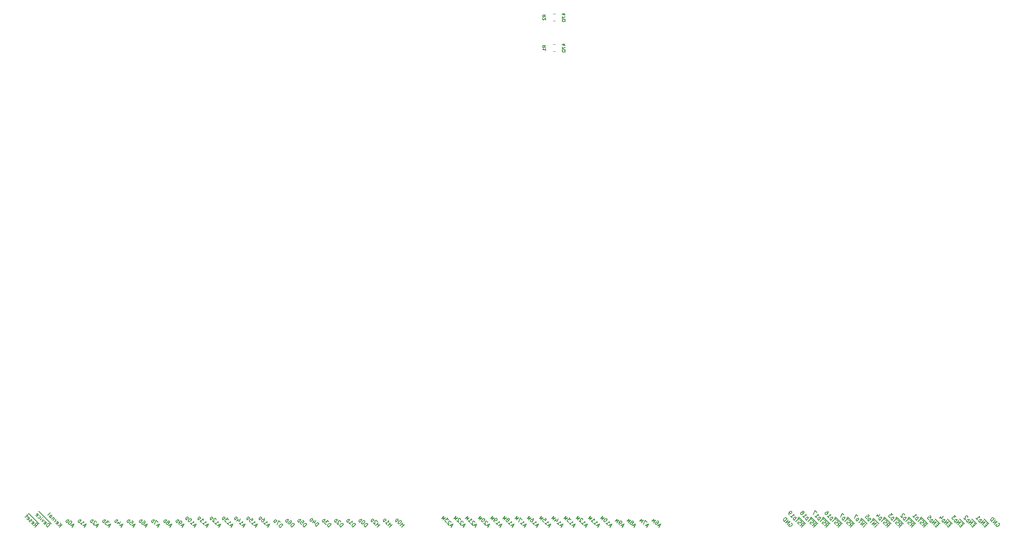
<source format=gbo>
%TF.GenerationSoftware,KiCad,Pcbnew,7.0.5*%
%TF.CreationDate,2024-02-11T11:49:59+02:00*%
%TF.ProjectId,Processor Board,50726f63-6573-4736-9f72-20426f617264,rev?*%
%TF.SameCoordinates,Original*%
%TF.FileFunction,Legend,Bot*%
%TF.FilePolarity,Positive*%
%FSLAX46Y46*%
G04 Gerber Fmt 4.6, Leading zero omitted, Abs format (unit mm)*
G04 Created by KiCad (PCBNEW 7.0.5) date 2024-02-11 11:49:59*
%MOMM*%
%LPD*%
G01*
G04 APERTURE LIST*
%ADD10C,0.200000*%
%ADD11C,0.150000*%
%ADD12C,0.120000*%
G04 APERTURE END LIST*
D10*
X208313607Y-154439441D02*
X208771543Y-154358629D01*
X208636856Y-154762690D02*
X209202541Y-154197004D01*
X209202541Y-154197004D02*
X208987042Y-153981505D01*
X208987042Y-153981505D02*
X208906230Y-153954568D01*
X208906230Y-153954568D02*
X208852355Y-153954568D01*
X208852355Y-153954568D02*
X208771543Y-153981505D01*
X208771543Y-153981505D02*
X208690731Y-154062317D01*
X208690731Y-154062317D02*
X208663793Y-154143130D01*
X208663793Y-154143130D02*
X208663793Y-154197004D01*
X208663793Y-154197004D02*
X208690731Y-154277817D01*
X208690731Y-154277817D02*
X208906230Y-154493316D01*
X208125045Y-154197004D02*
X208017296Y-154143130D01*
X208017296Y-154143130D02*
X207882609Y-154008443D01*
X207882609Y-154008443D02*
X207855671Y-153927630D01*
X207855671Y-153927630D02*
X207855671Y-153873756D01*
X207855671Y-153873756D02*
X207882609Y-153792943D01*
X207882609Y-153792943D02*
X207936483Y-153739069D01*
X207936483Y-153739069D02*
X208017296Y-153712131D01*
X208017296Y-153712131D02*
X208071170Y-153712131D01*
X208071170Y-153712131D02*
X208151983Y-153739069D01*
X208151983Y-153739069D02*
X208286670Y-153819881D01*
X208286670Y-153819881D02*
X208367482Y-153846818D01*
X208367482Y-153846818D02*
X208421357Y-153846818D01*
X208421357Y-153846818D02*
X208502169Y-153819881D01*
X208502169Y-153819881D02*
X208556044Y-153766006D01*
X208556044Y-153766006D02*
X208582981Y-153685194D01*
X208582981Y-153685194D02*
X208582981Y-153631319D01*
X208582981Y-153631319D02*
X208556044Y-153550507D01*
X208556044Y-153550507D02*
X208421357Y-153415820D01*
X208421357Y-153415820D02*
X208313607Y-153361945D01*
X208178920Y-153173383D02*
X207855671Y-152850134D01*
X207451610Y-153577444D02*
X208017295Y-153011759D01*
X209437705Y-154118078D02*
X208015410Y-152695783D01*
X207065866Y-153316690D02*
X207518415Y-152864141D01*
X207518415Y-152864141D02*
X207410665Y-152756392D01*
X207410665Y-152756392D02*
X207324465Y-152713292D01*
X207324465Y-152713292D02*
X207238266Y-152713292D01*
X207238266Y-152713292D02*
X207173616Y-152734842D01*
X207173616Y-152734842D02*
X207065866Y-152799492D01*
X207065866Y-152799492D02*
X207001217Y-152864141D01*
X207001217Y-152864141D02*
X206936567Y-152971891D01*
X206936567Y-152971891D02*
X206915017Y-153036541D01*
X206915017Y-153036541D02*
X206915017Y-153122740D01*
X206915017Y-153122740D02*
X206958117Y-153208940D01*
X206958117Y-153208940D02*
X207065866Y-153316690D01*
X206352564Y-152478398D02*
X206675813Y-152801647D01*
X206514188Y-152640022D02*
X207079874Y-152074337D01*
X207079874Y-152074337D02*
X207052936Y-152209024D01*
X207052936Y-152209024D02*
X207052936Y-152316773D01*
X207052936Y-152316773D02*
X207079874Y-152397586D01*
X206433376Y-151427839D02*
X206541126Y-151535589D01*
X206541126Y-151535589D02*
X206568063Y-151616401D01*
X206568063Y-151616401D02*
X206568063Y-151670276D01*
X206568063Y-151670276D02*
X206541126Y-151804963D01*
X206541126Y-151804963D02*
X206460313Y-151939650D01*
X206460313Y-151939650D02*
X206244814Y-152155149D01*
X206244814Y-152155149D02*
X206164002Y-152182086D01*
X206164002Y-152182086D02*
X206110127Y-152182086D01*
X206110127Y-152182086D02*
X206029315Y-152155149D01*
X206029315Y-152155149D02*
X205921565Y-152047399D01*
X205921565Y-152047399D02*
X205894628Y-151966587D01*
X205894628Y-151966587D02*
X205894628Y-151912712D01*
X205894628Y-151912712D02*
X205921565Y-151831900D01*
X205921565Y-151831900D02*
X206056252Y-151697213D01*
X206056252Y-151697213D02*
X206137065Y-151670276D01*
X206137065Y-151670276D02*
X206190939Y-151670276D01*
X206190939Y-151670276D02*
X206271752Y-151697213D01*
X206271752Y-151697213D02*
X206379501Y-151804963D01*
X206379501Y-151804963D02*
X206406439Y-151885775D01*
X206406439Y-151885775D02*
X206406439Y-151939650D01*
X206406439Y-151939650D02*
X206379501Y-152020462D01*
X218473607Y-154439441D02*
X218931543Y-154358629D01*
X218796856Y-154762690D02*
X219362541Y-154197004D01*
X219362541Y-154197004D02*
X219147042Y-153981505D01*
X219147042Y-153981505D02*
X219066230Y-153954568D01*
X219066230Y-153954568D02*
X219012355Y-153954568D01*
X219012355Y-153954568D02*
X218931543Y-153981505D01*
X218931543Y-153981505D02*
X218850731Y-154062317D01*
X218850731Y-154062317D02*
X218823793Y-154143130D01*
X218823793Y-154143130D02*
X218823793Y-154197004D01*
X218823793Y-154197004D02*
X218850731Y-154277817D01*
X218850731Y-154277817D02*
X219066230Y-154493316D01*
X218285045Y-154197004D02*
X218177296Y-154143130D01*
X218177296Y-154143130D02*
X218042609Y-154008443D01*
X218042609Y-154008443D02*
X218015671Y-153927630D01*
X218015671Y-153927630D02*
X218015671Y-153873756D01*
X218015671Y-153873756D02*
X218042609Y-153792943D01*
X218042609Y-153792943D02*
X218096483Y-153739069D01*
X218096483Y-153739069D02*
X218177296Y-153712131D01*
X218177296Y-153712131D02*
X218231170Y-153712131D01*
X218231170Y-153712131D02*
X218311983Y-153739069D01*
X218311983Y-153739069D02*
X218446670Y-153819881D01*
X218446670Y-153819881D02*
X218527482Y-153846818D01*
X218527482Y-153846818D02*
X218581357Y-153846818D01*
X218581357Y-153846818D02*
X218662169Y-153819881D01*
X218662169Y-153819881D02*
X218716044Y-153766006D01*
X218716044Y-153766006D02*
X218742981Y-153685194D01*
X218742981Y-153685194D02*
X218742981Y-153631319D01*
X218742981Y-153631319D02*
X218716044Y-153550507D01*
X218716044Y-153550507D02*
X218581357Y-153415820D01*
X218581357Y-153415820D02*
X218473607Y-153361945D01*
X218338920Y-153173383D02*
X218015671Y-152850134D01*
X217611610Y-153577444D02*
X218177295Y-153011759D01*
X219597705Y-154118078D02*
X218175410Y-152695783D01*
X217225866Y-153316690D02*
X217678415Y-152864141D01*
X217678415Y-152864141D02*
X217570665Y-152756392D01*
X217570665Y-152756392D02*
X217484465Y-152713292D01*
X217484465Y-152713292D02*
X217398266Y-152713292D01*
X217398266Y-152713292D02*
X217333616Y-152734842D01*
X217333616Y-152734842D02*
X217225866Y-152799492D01*
X217225866Y-152799492D02*
X217161217Y-152864141D01*
X217161217Y-152864141D02*
X217096567Y-152971891D01*
X217096567Y-152971891D02*
X217075017Y-153036541D01*
X217075017Y-153036541D02*
X217075017Y-153122740D01*
X217075017Y-153122740D02*
X217118117Y-153208940D01*
X217118117Y-153208940D02*
X217225866Y-153316690D01*
X216943562Y-152155149D02*
X216566439Y-152532273D01*
X217293749Y-152074337D02*
X217024375Y-152613085D01*
X217024375Y-152613085D02*
X216674188Y-152262899D01*
X223553607Y-154439441D02*
X224011543Y-154358629D01*
X223876856Y-154762690D02*
X224442541Y-154197004D01*
X224442541Y-154197004D02*
X224227042Y-153981505D01*
X224227042Y-153981505D02*
X224146230Y-153954568D01*
X224146230Y-153954568D02*
X224092355Y-153954568D01*
X224092355Y-153954568D02*
X224011543Y-153981505D01*
X224011543Y-153981505D02*
X223930731Y-154062317D01*
X223930731Y-154062317D02*
X223903793Y-154143130D01*
X223903793Y-154143130D02*
X223903793Y-154197004D01*
X223903793Y-154197004D02*
X223930731Y-154277817D01*
X223930731Y-154277817D02*
X224146230Y-154493316D01*
X223365045Y-154197004D02*
X223257296Y-154143130D01*
X223257296Y-154143130D02*
X223122609Y-154008443D01*
X223122609Y-154008443D02*
X223095671Y-153927630D01*
X223095671Y-153927630D02*
X223095671Y-153873756D01*
X223095671Y-153873756D02*
X223122609Y-153792943D01*
X223122609Y-153792943D02*
X223176483Y-153739069D01*
X223176483Y-153739069D02*
X223257296Y-153712131D01*
X223257296Y-153712131D02*
X223311170Y-153712131D01*
X223311170Y-153712131D02*
X223391983Y-153739069D01*
X223391983Y-153739069D02*
X223526670Y-153819881D01*
X223526670Y-153819881D02*
X223607482Y-153846818D01*
X223607482Y-153846818D02*
X223661357Y-153846818D01*
X223661357Y-153846818D02*
X223742169Y-153819881D01*
X223742169Y-153819881D02*
X223796044Y-153766006D01*
X223796044Y-153766006D02*
X223822981Y-153685194D01*
X223822981Y-153685194D02*
X223822981Y-153631319D01*
X223822981Y-153631319D02*
X223796044Y-153550507D01*
X223796044Y-153550507D02*
X223661357Y-153415820D01*
X223661357Y-153415820D02*
X223553607Y-153361945D01*
X223418920Y-153173383D02*
X223095671Y-152850134D01*
X222691610Y-153577444D02*
X223257295Y-153011759D01*
X224677705Y-154118078D02*
X223255410Y-152695783D01*
X222305866Y-153316690D02*
X222758415Y-152864141D01*
X222758415Y-152864141D02*
X222650665Y-152756392D01*
X222650665Y-152756392D02*
X222564465Y-152713292D01*
X222564465Y-152713292D02*
X222478266Y-152713292D01*
X222478266Y-152713292D02*
X222413616Y-152734842D01*
X222413616Y-152734842D02*
X222305866Y-152799492D01*
X222305866Y-152799492D02*
X222241217Y-152864141D01*
X222241217Y-152864141D02*
X222176567Y-152971891D01*
X222176567Y-152971891D02*
X222155017Y-153036541D01*
X222155017Y-153036541D02*
X222155017Y-153122740D01*
X222155017Y-153122740D02*
X222198117Y-153208940D01*
X222198117Y-153208940D02*
X222305866Y-153316690D01*
X222427623Y-152289836D02*
X222427623Y-152235961D01*
X222427623Y-152235961D02*
X222400686Y-152155149D01*
X222400686Y-152155149D02*
X222265999Y-152020462D01*
X222265999Y-152020462D02*
X222185187Y-151993525D01*
X222185187Y-151993525D02*
X222131312Y-151993525D01*
X222131312Y-151993525D02*
X222050500Y-152020462D01*
X222050500Y-152020462D02*
X221996625Y-152074337D01*
X221996625Y-152074337D02*
X221942750Y-152182086D01*
X221942750Y-152182086D02*
X221942750Y-152828584D01*
X221942750Y-152828584D02*
X221592564Y-152478398D01*
X198846292Y-153927630D02*
X198927105Y-153954568D01*
X198927105Y-153954568D02*
X199007917Y-154035380D01*
X199007917Y-154035380D02*
X199061792Y-154143130D01*
X199061792Y-154143130D02*
X199061792Y-154250879D01*
X199061792Y-154250879D02*
X199034854Y-154331691D01*
X199034854Y-154331691D02*
X198954042Y-154466378D01*
X198954042Y-154466378D02*
X198873230Y-154547191D01*
X198873230Y-154547191D02*
X198738543Y-154628003D01*
X198738543Y-154628003D02*
X198657731Y-154654940D01*
X198657731Y-154654940D02*
X198549981Y-154654940D01*
X198549981Y-154654940D02*
X198442231Y-154601065D01*
X198442231Y-154601065D02*
X198388357Y-154547191D01*
X198388357Y-154547191D02*
X198334482Y-154439441D01*
X198334482Y-154439441D02*
X198334482Y-154385566D01*
X198334482Y-154385566D02*
X198523044Y-154197004D01*
X198523044Y-154197004D02*
X198630793Y-154304754D01*
X198038170Y-154197004D02*
X198603856Y-153631319D01*
X198603856Y-153631319D02*
X197714922Y-153873756D01*
X197714922Y-153873756D02*
X198280607Y-153308070D01*
X197445548Y-153604382D02*
X198011233Y-153038696D01*
X198011233Y-153038696D02*
X197876546Y-152904009D01*
X197876546Y-152904009D02*
X197768797Y-152850134D01*
X197768797Y-152850134D02*
X197661047Y-152850134D01*
X197661047Y-152850134D02*
X197580235Y-152877072D01*
X197580235Y-152877072D02*
X197445548Y-152957884D01*
X197445548Y-152957884D02*
X197364736Y-153038696D01*
X197364736Y-153038696D02*
X197283923Y-153173383D01*
X197283923Y-153173383D02*
X197256986Y-153254195D01*
X197256986Y-153254195D02*
X197256986Y-153361945D01*
X197256986Y-153361945D02*
X197310861Y-153469695D01*
X197310861Y-153469695D02*
X197445548Y-153604382D01*
X163867418Y-154628003D02*
X163598044Y-154358629D01*
X163759668Y-154843502D02*
X164136792Y-154089255D01*
X164136792Y-154089255D02*
X163382544Y-154466378D01*
X163167045Y-154250879D02*
X163059296Y-154143130D01*
X163059296Y-154143130D02*
X163032358Y-154062318D01*
X163032358Y-154062318D02*
X163032358Y-154008443D01*
X163032358Y-154008443D02*
X163059296Y-153873756D01*
X163059296Y-153873756D02*
X163140108Y-153739069D01*
X163140108Y-153739069D02*
X163355607Y-153523570D01*
X163355607Y-153523570D02*
X163436419Y-153496632D01*
X163436419Y-153496632D02*
X163490294Y-153496632D01*
X163490294Y-153496632D02*
X163571106Y-153523570D01*
X163571106Y-153523570D02*
X163678856Y-153631319D01*
X163678856Y-153631319D02*
X163705793Y-153712131D01*
X163705793Y-153712131D02*
X163705793Y-153766006D01*
X163705793Y-153766006D02*
X163678856Y-153846818D01*
X163678856Y-153846818D02*
X163544169Y-153981505D01*
X163544169Y-153981505D02*
X163463357Y-154008443D01*
X163463357Y-154008443D02*
X163409482Y-154008443D01*
X163409482Y-154008443D02*
X163328670Y-153981505D01*
X163328670Y-153981505D02*
X163220920Y-153873756D01*
X163220920Y-153873756D02*
X163193983Y-153792944D01*
X163193983Y-153792944D02*
X163193983Y-153739069D01*
X163193983Y-153739069D02*
X163220920Y-153658257D01*
X162619677Y-153828501D02*
X163072226Y-153375952D01*
X163072226Y-153375952D02*
X162598127Y-153548352D01*
X162598127Y-153548352D02*
X162770527Y-153074253D01*
X162770527Y-153074253D02*
X162317978Y-153526802D01*
X241899292Y-153927630D02*
X241980105Y-153954568D01*
X241980105Y-153954568D02*
X242060917Y-154035380D01*
X242060917Y-154035380D02*
X242114792Y-154143130D01*
X242114792Y-154143130D02*
X242114792Y-154250879D01*
X242114792Y-154250879D02*
X242087854Y-154331691D01*
X242087854Y-154331691D02*
X242007042Y-154466378D01*
X242007042Y-154466378D02*
X241926230Y-154547191D01*
X241926230Y-154547191D02*
X241791543Y-154628003D01*
X241791543Y-154628003D02*
X241710731Y-154654940D01*
X241710731Y-154654940D02*
X241602981Y-154654940D01*
X241602981Y-154654940D02*
X241495231Y-154601065D01*
X241495231Y-154601065D02*
X241441357Y-154547191D01*
X241441357Y-154547191D02*
X241387482Y-154439441D01*
X241387482Y-154439441D02*
X241387482Y-154385566D01*
X241387482Y-154385566D02*
X241576044Y-154197004D01*
X241576044Y-154197004D02*
X241683793Y-154304754D01*
X241091170Y-154197004D02*
X241656856Y-153631319D01*
X241656856Y-153631319D02*
X240767922Y-153873756D01*
X240767922Y-153873756D02*
X241333607Y-153308070D01*
X240498548Y-153604382D02*
X241064233Y-153038696D01*
X241064233Y-153038696D02*
X240929546Y-152904009D01*
X240929546Y-152904009D02*
X240821797Y-152850134D01*
X240821797Y-152850134D02*
X240714047Y-152850134D01*
X240714047Y-152850134D02*
X240633235Y-152877072D01*
X240633235Y-152877072D02*
X240498548Y-152957884D01*
X240498548Y-152957884D02*
X240417736Y-153038696D01*
X240417736Y-153038696D02*
X240336923Y-153173383D01*
X240336923Y-153173383D02*
X240309986Y-153254195D01*
X240309986Y-153254195D02*
X240309986Y-153361945D01*
X240309986Y-153361945D02*
X240363861Y-153469695D01*
X240363861Y-153469695D02*
X240498548Y-153604382D01*
X141007418Y-154628003D02*
X140738044Y-154358629D01*
X140899668Y-154843502D02*
X141276792Y-154089255D01*
X141276792Y-154089255D02*
X140522544Y-154466378D01*
X140037671Y-153981505D02*
X140360920Y-154304754D01*
X140199296Y-154143130D02*
X140764981Y-153577444D01*
X140764981Y-153577444D02*
X140738044Y-153712131D01*
X140738044Y-153712131D02*
X140738044Y-153819881D01*
X140738044Y-153819881D02*
X140764981Y-153900693D01*
X140037671Y-153335008D02*
X140118483Y-153361945D01*
X140118483Y-153361945D02*
X140172358Y-153361945D01*
X140172358Y-153361945D02*
X140253170Y-153335008D01*
X140253170Y-153335008D02*
X140280108Y-153308070D01*
X140280108Y-153308070D02*
X140307045Y-153227258D01*
X140307045Y-153227258D02*
X140307045Y-153173383D01*
X140307045Y-153173383D02*
X140280108Y-153092571D01*
X140280108Y-153092571D02*
X140172358Y-152984821D01*
X140172358Y-152984821D02*
X140091546Y-152957884D01*
X140091546Y-152957884D02*
X140037671Y-152957884D01*
X140037671Y-152957884D02*
X139956859Y-152984821D01*
X139956859Y-152984821D02*
X139929922Y-153011759D01*
X139929922Y-153011759D02*
X139902984Y-153092571D01*
X139902984Y-153092571D02*
X139902984Y-153146446D01*
X139902984Y-153146446D02*
X139929922Y-153227258D01*
X139929922Y-153227258D02*
X140037671Y-153335008D01*
X140037671Y-153335008D02*
X140064609Y-153415820D01*
X140064609Y-153415820D02*
X140064609Y-153469695D01*
X140064609Y-153469695D02*
X140037671Y-153550507D01*
X140037671Y-153550507D02*
X139929922Y-153658256D01*
X139929922Y-153658256D02*
X139849109Y-153685194D01*
X139849109Y-153685194D02*
X139795235Y-153685194D01*
X139795235Y-153685194D02*
X139714422Y-153658256D01*
X139714422Y-153658256D02*
X139606673Y-153550507D01*
X139606673Y-153550507D02*
X139579735Y-153469695D01*
X139579735Y-153469695D02*
X139579735Y-153415820D01*
X139579735Y-153415820D02*
X139606673Y-153335008D01*
X139606673Y-153335008D02*
X139714422Y-153227258D01*
X139714422Y-153227258D02*
X139795235Y-153200321D01*
X139795235Y-153200321D02*
X139849109Y-153200321D01*
X139849109Y-153200321D02*
X139929922Y-153227258D01*
X139220929Y-153289753D02*
X139673477Y-152837204D01*
X139673477Y-152837204D02*
X139199379Y-153009604D01*
X139199379Y-153009604D02*
X139371779Y-152535505D01*
X139371779Y-152535505D02*
X138919230Y-152988054D01*
X221013607Y-154439441D02*
X221471543Y-154358629D01*
X221336856Y-154762690D02*
X221902541Y-154197004D01*
X221902541Y-154197004D02*
X221687042Y-153981505D01*
X221687042Y-153981505D02*
X221606230Y-153954568D01*
X221606230Y-153954568D02*
X221552355Y-153954568D01*
X221552355Y-153954568D02*
X221471543Y-153981505D01*
X221471543Y-153981505D02*
X221390731Y-154062317D01*
X221390731Y-154062317D02*
X221363793Y-154143130D01*
X221363793Y-154143130D02*
X221363793Y-154197004D01*
X221363793Y-154197004D02*
X221390731Y-154277817D01*
X221390731Y-154277817D02*
X221606230Y-154493316D01*
X220825045Y-154197004D02*
X220717296Y-154143130D01*
X220717296Y-154143130D02*
X220582609Y-154008443D01*
X220582609Y-154008443D02*
X220555671Y-153927630D01*
X220555671Y-153927630D02*
X220555671Y-153873756D01*
X220555671Y-153873756D02*
X220582609Y-153792943D01*
X220582609Y-153792943D02*
X220636483Y-153739069D01*
X220636483Y-153739069D02*
X220717296Y-153712131D01*
X220717296Y-153712131D02*
X220771170Y-153712131D01*
X220771170Y-153712131D02*
X220851983Y-153739069D01*
X220851983Y-153739069D02*
X220986670Y-153819881D01*
X220986670Y-153819881D02*
X221067482Y-153846818D01*
X221067482Y-153846818D02*
X221121357Y-153846818D01*
X221121357Y-153846818D02*
X221202169Y-153819881D01*
X221202169Y-153819881D02*
X221256044Y-153766006D01*
X221256044Y-153766006D02*
X221282981Y-153685194D01*
X221282981Y-153685194D02*
X221282981Y-153631319D01*
X221282981Y-153631319D02*
X221256044Y-153550507D01*
X221256044Y-153550507D02*
X221121357Y-153415820D01*
X221121357Y-153415820D02*
X221013607Y-153361945D01*
X220878920Y-153173383D02*
X220555671Y-152850134D01*
X220151610Y-153577444D02*
X220717295Y-153011759D01*
X222137705Y-154118078D02*
X220715410Y-152695783D01*
X219765866Y-153316690D02*
X220218415Y-152864141D01*
X220218415Y-152864141D02*
X220110665Y-152756392D01*
X220110665Y-152756392D02*
X220024465Y-152713292D01*
X220024465Y-152713292D02*
X219938266Y-152713292D01*
X219938266Y-152713292D02*
X219873616Y-152734842D01*
X219873616Y-152734842D02*
X219765866Y-152799492D01*
X219765866Y-152799492D02*
X219701217Y-152864141D01*
X219701217Y-152864141D02*
X219636567Y-152971891D01*
X219636567Y-152971891D02*
X219615017Y-153036541D01*
X219615017Y-153036541D02*
X219615017Y-153122740D01*
X219615017Y-153122740D02*
X219658117Y-153208940D01*
X219658117Y-153208940D02*
X219765866Y-153316690D01*
X219968436Y-152262899D02*
X219618249Y-151912712D01*
X219618249Y-151912712D02*
X219591312Y-152316773D01*
X219591312Y-152316773D02*
X219510500Y-152235961D01*
X219510500Y-152235961D02*
X219429688Y-152209024D01*
X219429688Y-152209024D02*
X219375813Y-152209024D01*
X219375813Y-152209024D02*
X219295001Y-152235961D01*
X219295001Y-152235961D02*
X219160314Y-152370648D01*
X219160314Y-152370648D02*
X219133376Y-152451460D01*
X219133376Y-152451460D02*
X219133376Y-152505335D01*
X219133376Y-152505335D02*
X219160314Y-152586147D01*
X219160314Y-152586147D02*
X219321938Y-152747772D01*
X219321938Y-152747772D02*
X219402750Y-152774709D01*
X219402750Y-152774709D02*
X219456625Y-152774709D01*
X44298856Y-154762690D02*
X44864541Y-154197004D01*
X44864541Y-154197004D02*
X44729854Y-154062317D01*
X44729854Y-154062317D02*
X44622105Y-154008443D01*
X44622105Y-154008443D02*
X44514355Y-154008443D01*
X44514355Y-154008443D02*
X44433543Y-154035380D01*
X44433543Y-154035380D02*
X44298856Y-154116192D01*
X44298856Y-154116192D02*
X44218044Y-154197004D01*
X44218044Y-154197004D02*
X44137231Y-154331691D01*
X44137231Y-154331691D02*
X44110294Y-154412504D01*
X44110294Y-154412504D02*
X44110294Y-154520253D01*
X44110294Y-154520253D02*
X44164169Y-154628003D01*
X44164169Y-154628003D02*
X44298856Y-154762690D01*
X43544609Y-153954568D02*
X43571546Y-154035380D01*
X43571546Y-154035380D02*
X43679296Y-154143130D01*
X43679296Y-154143130D02*
X43760108Y-154170067D01*
X43760108Y-154170067D02*
X43840920Y-154143130D01*
X43840920Y-154143130D02*
X44056419Y-153927630D01*
X44056419Y-153927630D02*
X44083357Y-153846818D01*
X44083357Y-153846818D02*
X44056419Y-153766006D01*
X44056419Y-153766006D02*
X43948670Y-153658256D01*
X43948670Y-153658256D02*
X43867857Y-153631319D01*
X43867857Y-153631319D02*
X43787045Y-153658256D01*
X43787045Y-153658256D02*
X43733170Y-153712131D01*
X43733170Y-153712131D02*
X43948670Y-154035380D01*
X43679296Y-153388883D02*
X43167485Y-153631319D01*
X43167485Y-153631319D02*
X43409922Y-153119508D01*
X42817299Y-153281133D02*
X43194422Y-152904009D01*
X43382984Y-152715447D02*
X43382984Y-152769322D01*
X43382984Y-152769322D02*
X43329109Y-152769322D01*
X43329109Y-152769322D02*
X43329109Y-152715447D01*
X43329109Y-152715447D02*
X43382984Y-152715447D01*
X43382984Y-152715447D02*
X43329109Y-152769322D01*
X42332426Y-152742385D02*
X42359363Y-152823197D01*
X42359363Y-152823197D02*
X42467113Y-152930947D01*
X42467113Y-152930947D02*
X42547925Y-152957884D01*
X42547925Y-152957884D02*
X42601800Y-152957884D01*
X42601800Y-152957884D02*
X42682612Y-152930947D01*
X42682612Y-152930947D02*
X42844237Y-152769322D01*
X42844237Y-152769322D02*
X42871174Y-152688510D01*
X42871174Y-152688510D02*
X42871174Y-152634635D01*
X42871174Y-152634635D02*
X42844237Y-152553823D01*
X42844237Y-152553823D02*
X42736487Y-152446074D01*
X42736487Y-152446074D02*
X42655675Y-152419136D01*
X41874490Y-152284449D02*
X41901428Y-152365262D01*
X41901428Y-152365262D02*
X42009177Y-152473011D01*
X42009177Y-152473011D02*
X42089989Y-152499949D01*
X42089989Y-152499949D02*
X42170802Y-152473011D01*
X42170802Y-152473011D02*
X42386301Y-152257512D01*
X42386301Y-152257512D02*
X42413238Y-152176700D01*
X42413238Y-152176700D02*
X42386301Y-152095888D01*
X42386301Y-152095888D02*
X42278551Y-151988138D01*
X42278551Y-151988138D02*
X42197739Y-151961201D01*
X42197739Y-151961201D02*
X42116927Y-151988138D01*
X42116927Y-151988138D02*
X42063052Y-152042013D01*
X42063052Y-152042013D02*
X42278551Y-152365262D01*
X45099705Y-154118078D02*
X42492165Y-151510538D01*
X135927418Y-154628003D02*
X135658044Y-154358629D01*
X135819668Y-154843502D02*
X136196792Y-154089255D01*
X136196792Y-154089255D02*
X135442544Y-154466378D01*
X135792731Y-153792944D02*
X135792731Y-153739069D01*
X135792731Y-153739069D02*
X135765793Y-153658257D01*
X135765793Y-153658257D02*
X135631106Y-153523570D01*
X135631106Y-153523570D02*
X135550294Y-153496632D01*
X135550294Y-153496632D02*
X135496419Y-153496632D01*
X135496419Y-153496632D02*
X135415607Y-153523570D01*
X135415607Y-153523570D02*
X135361732Y-153577444D01*
X135361732Y-153577444D02*
X135307858Y-153685194D01*
X135307858Y-153685194D02*
X135307858Y-154331692D01*
X135307858Y-154331692D02*
X134957671Y-153981505D01*
X135173170Y-153065634D02*
X135119296Y-153011759D01*
X135119296Y-153011759D02*
X135038483Y-152984821D01*
X135038483Y-152984821D02*
X134984609Y-152984821D01*
X134984609Y-152984821D02*
X134903796Y-153011759D01*
X134903796Y-153011759D02*
X134769109Y-153092571D01*
X134769109Y-153092571D02*
X134634422Y-153227258D01*
X134634422Y-153227258D02*
X134553610Y-153361945D01*
X134553610Y-153361945D02*
X134526673Y-153442757D01*
X134526673Y-153442757D02*
X134526673Y-153496632D01*
X134526673Y-153496632D02*
X134553610Y-153577444D01*
X134553610Y-153577444D02*
X134607485Y-153631319D01*
X134607485Y-153631319D02*
X134688297Y-153658256D01*
X134688297Y-153658256D02*
X134742172Y-153658256D01*
X134742172Y-153658256D02*
X134822984Y-153631319D01*
X134822984Y-153631319D02*
X134957671Y-153550507D01*
X134957671Y-153550507D02*
X135092358Y-153415820D01*
X135092358Y-153415820D02*
X135173170Y-153281133D01*
X135173170Y-153281133D02*
X135200108Y-153200321D01*
X135200108Y-153200321D02*
X135200108Y-153146446D01*
X135200108Y-153146446D02*
X135173170Y-153065634D01*
X134140929Y-153289753D02*
X134593477Y-152837204D01*
X134593477Y-152837204D02*
X134119379Y-153009604D01*
X134119379Y-153009604D02*
X134291779Y-152535505D01*
X134291779Y-152535505D02*
X133839230Y-152988054D01*
X130847418Y-154628003D02*
X130578044Y-154358629D01*
X130739668Y-154843502D02*
X131116792Y-154089255D01*
X131116792Y-154089255D02*
X130362544Y-154466378D01*
X130712731Y-153792944D02*
X130712731Y-153739069D01*
X130712731Y-153739069D02*
X130685793Y-153658257D01*
X130685793Y-153658257D02*
X130551106Y-153523570D01*
X130551106Y-153523570D02*
X130470294Y-153496632D01*
X130470294Y-153496632D02*
X130416419Y-153496632D01*
X130416419Y-153496632D02*
X130335607Y-153523570D01*
X130335607Y-153523570D02*
X130281732Y-153577444D01*
X130281732Y-153577444D02*
X130227858Y-153685194D01*
X130227858Y-153685194D02*
X130227858Y-154331692D01*
X130227858Y-154331692D02*
X129877671Y-153981505D01*
X130173983Y-153254195D02*
X130173983Y-153200321D01*
X130173983Y-153200321D02*
X130147045Y-153119508D01*
X130147045Y-153119508D02*
X130012358Y-152984821D01*
X130012358Y-152984821D02*
X129931546Y-152957884D01*
X129931546Y-152957884D02*
X129877671Y-152957884D01*
X129877671Y-152957884D02*
X129796859Y-152984821D01*
X129796859Y-152984821D02*
X129742984Y-153038696D01*
X129742984Y-153038696D02*
X129689109Y-153146446D01*
X129689109Y-153146446D02*
X129689109Y-153792943D01*
X129689109Y-153792943D02*
X129338923Y-153442757D01*
X129060929Y-153289753D02*
X129513477Y-152837204D01*
X129513477Y-152837204D02*
X129039379Y-153009604D01*
X129039379Y-153009604D02*
X129211779Y-152535505D01*
X129211779Y-152535505D02*
X128759230Y-152988054D01*
X90207418Y-154628003D02*
X89938044Y-154358629D01*
X90099668Y-154843502D02*
X90476792Y-154089255D01*
X90476792Y-154089255D02*
X89722544Y-154466378D01*
X89237671Y-153981505D02*
X89560920Y-154304754D01*
X89399296Y-154143130D02*
X89964981Y-153577444D01*
X89964981Y-153577444D02*
X89938044Y-153712131D01*
X89938044Y-153712131D02*
X89938044Y-153819881D01*
X89938044Y-153819881D02*
X89964981Y-153900693D01*
X89318483Y-152930947D02*
X89426233Y-153038696D01*
X89426233Y-153038696D02*
X89453170Y-153119508D01*
X89453170Y-153119508D02*
X89453170Y-153173383D01*
X89453170Y-153173383D02*
X89426233Y-153308070D01*
X89426233Y-153308070D02*
X89345421Y-153442757D01*
X89345421Y-153442757D02*
X89129922Y-153658256D01*
X89129922Y-153658256D02*
X89049109Y-153685194D01*
X89049109Y-153685194D02*
X88995235Y-153685194D01*
X88995235Y-153685194D02*
X88914422Y-153658256D01*
X88914422Y-153658256D02*
X88806673Y-153550507D01*
X88806673Y-153550507D02*
X88779735Y-153469695D01*
X88779735Y-153469695D02*
X88779735Y-153415820D01*
X88779735Y-153415820D02*
X88806673Y-153335008D01*
X88806673Y-153335008D02*
X88941360Y-153200321D01*
X88941360Y-153200321D02*
X89022172Y-153173383D01*
X89022172Y-153173383D02*
X89076047Y-153173383D01*
X89076047Y-153173383D02*
X89156859Y-153200321D01*
X89156859Y-153200321D02*
X89264609Y-153308070D01*
X89264609Y-153308070D02*
X89291546Y-153388882D01*
X89291546Y-153388882D02*
X89291546Y-153442757D01*
X89291546Y-153442757D02*
X89264609Y-153523569D01*
X88420929Y-153289753D02*
X88873477Y-152837204D01*
X88873477Y-152837204D02*
X88765728Y-152729455D01*
X88765728Y-152729455D02*
X88679528Y-152686355D01*
X88679528Y-152686355D02*
X88593328Y-152686355D01*
X88593328Y-152686355D02*
X88528679Y-152707905D01*
X88528679Y-152707905D02*
X88420929Y-152772554D01*
X88420929Y-152772554D02*
X88356279Y-152837204D01*
X88356279Y-152837204D02*
X88291630Y-152944954D01*
X88291630Y-152944954D02*
X88270080Y-153009604D01*
X88270080Y-153009604D02*
X88270080Y-153095803D01*
X88270080Y-153095803D02*
X88313179Y-153182003D01*
X88313179Y-153182003D02*
X88420929Y-153289753D01*
X200693607Y-154439441D02*
X201151543Y-154358629D01*
X201016856Y-154762690D02*
X201582541Y-154197004D01*
X201582541Y-154197004D02*
X201367042Y-153981505D01*
X201367042Y-153981505D02*
X201286230Y-153954568D01*
X201286230Y-153954568D02*
X201232355Y-153954568D01*
X201232355Y-153954568D02*
X201151543Y-153981505D01*
X201151543Y-153981505D02*
X201070731Y-154062317D01*
X201070731Y-154062317D02*
X201043793Y-154143130D01*
X201043793Y-154143130D02*
X201043793Y-154197004D01*
X201043793Y-154197004D02*
X201070731Y-154277817D01*
X201070731Y-154277817D02*
X201286230Y-154493316D01*
X200505045Y-154197004D02*
X200397296Y-154143130D01*
X200397296Y-154143130D02*
X200262609Y-154008443D01*
X200262609Y-154008443D02*
X200235671Y-153927630D01*
X200235671Y-153927630D02*
X200235671Y-153873756D01*
X200235671Y-153873756D02*
X200262609Y-153792943D01*
X200262609Y-153792943D02*
X200316483Y-153739069D01*
X200316483Y-153739069D02*
X200397296Y-153712131D01*
X200397296Y-153712131D02*
X200451170Y-153712131D01*
X200451170Y-153712131D02*
X200531983Y-153739069D01*
X200531983Y-153739069D02*
X200666670Y-153819881D01*
X200666670Y-153819881D02*
X200747482Y-153846818D01*
X200747482Y-153846818D02*
X200801357Y-153846818D01*
X200801357Y-153846818D02*
X200882169Y-153819881D01*
X200882169Y-153819881D02*
X200936044Y-153766006D01*
X200936044Y-153766006D02*
X200962981Y-153685194D01*
X200962981Y-153685194D02*
X200962981Y-153631319D01*
X200962981Y-153631319D02*
X200936044Y-153550507D01*
X200936044Y-153550507D02*
X200801357Y-153415820D01*
X200801357Y-153415820D02*
X200693607Y-153361945D01*
X200558920Y-153173383D02*
X200235671Y-152850134D01*
X199831610Y-153577444D02*
X200397295Y-153011759D01*
X201817705Y-154118078D02*
X200395410Y-152695783D01*
X199445866Y-153316690D02*
X199898415Y-152864141D01*
X199898415Y-152864141D02*
X199790665Y-152756392D01*
X199790665Y-152756392D02*
X199704465Y-152713292D01*
X199704465Y-152713292D02*
X199618266Y-152713292D01*
X199618266Y-152713292D02*
X199553616Y-152734842D01*
X199553616Y-152734842D02*
X199445866Y-152799492D01*
X199445866Y-152799492D02*
X199381217Y-152864141D01*
X199381217Y-152864141D02*
X199316567Y-152971891D01*
X199316567Y-152971891D02*
X199295017Y-153036541D01*
X199295017Y-153036541D02*
X199295017Y-153122740D01*
X199295017Y-153122740D02*
X199338117Y-153208940D01*
X199338117Y-153208940D02*
X199445866Y-153316690D01*
X198732564Y-152478398D02*
X199055813Y-152801647D01*
X198894188Y-152640022D02*
X199459874Y-152074337D01*
X199459874Y-152074337D02*
X199432936Y-152209024D01*
X199432936Y-152209024D02*
X199432936Y-152316773D01*
X199432936Y-152316773D02*
X199459874Y-152397586D01*
X198463190Y-152209024D02*
X198355440Y-152101274D01*
X198355440Y-152101274D02*
X198328503Y-152020462D01*
X198328503Y-152020462D02*
X198328503Y-151966587D01*
X198328503Y-151966587D02*
X198355440Y-151831900D01*
X198355440Y-151831900D02*
X198436252Y-151697213D01*
X198436252Y-151697213D02*
X198651752Y-151481714D01*
X198651752Y-151481714D02*
X198732564Y-151454776D01*
X198732564Y-151454776D02*
X198786439Y-151454776D01*
X198786439Y-151454776D02*
X198867251Y-151481714D01*
X198867251Y-151481714D02*
X198975000Y-151589463D01*
X198975000Y-151589463D02*
X199001938Y-151670276D01*
X199001938Y-151670276D02*
X199001938Y-151724150D01*
X199001938Y-151724150D02*
X198975000Y-151804963D01*
X198975000Y-151804963D02*
X198840313Y-151939650D01*
X198840313Y-151939650D02*
X198759501Y-151966587D01*
X198759501Y-151966587D02*
X198705626Y-151966587D01*
X198705626Y-151966587D02*
X198624814Y-151939650D01*
X198624814Y-151939650D02*
X198517065Y-151831900D01*
X198517065Y-151831900D02*
X198490127Y-151751088D01*
X198490127Y-151751088D02*
X198490127Y-151697213D01*
X198490127Y-151697213D02*
X198517065Y-151616401D01*
X62267418Y-154628003D02*
X61998044Y-154358629D01*
X62159668Y-154843502D02*
X62536792Y-154089255D01*
X62536792Y-154089255D02*
X61782544Y-154466378D01*
X61890294Y-153442757D02*
X62159668Y-153712131D01*
X62159668Y-153712131D02*
X61917232Y-154008443D01*
X61917232Y-154008443D02*
X61917232Y-153954568D01*
X61917232Y-153954568D02*
X61890294Y-153873756D01*
X61890294Y-153873756D02*
X61755607Y-153739069D01*
X61755607Y-153739069D02*
X61674795Y-153712131D01*
X61674795Y-153712131D02*
X61620920Y-153712131D01*
X61620920Y-153712131D02*
X61540108Y-153739069D01*
X61540108Y-153739069D02*
X61405421Y-153873756D01*
X61405421Y-153873756D02*
X61378484Y-153954568D01*
X61378484Y-153954568D02*
X61378484Y-154008443D01*
X61378484Y-154008443D02*
X61405421Y-154089255D01*
X61405421Y-154089255D02*
X61540108Y-154223942D01*
X61540108Y-154223942D02*
X61620920Y-154250879D01*
X61620920Y-154250879D02*
X61674795Y-154250879D01*
X61019677Y-153828501D02*
X61472226Y-153375952D01*
X61472226Y-153375952D02*
X61364476Y-153268203D01*
X61364476Y-153268203D02*
X61278276Y-153225103D01*
X61278276Y-153225103D02*
X61192077Y-153225103D01*
X61192077Y-153225103D02*
X61127427Y-153246653D01*
X61127427Y-153246653D02*
X61019677Y-153311303D01*
X61019677Y-153311303D02*
X60955027Y-153375952D01*
X60955027Y-153375952D02*
X60890378Y-153483702D01*
X60890378Y-153483702D02*
X60868828Y-153548352D01*
X60868828Y-153548352D02*
X60868828Y-153634551D01*
X60868828Y-153634551D02*
X60911928Y-153720751D01*
X60911928Y-153720751D02*
X61019677Y-153828501D01*
X231793167Y-154466378D02*
X231604605Y-154277817D01*
X231227482Y-154493316D02*
X231496856Y-154762690D01*
X231496856Y-154762690D02*
X232062541Y-154197004D01*
X232062541Y-154197004D02*
X231793167Y-153927630D01*
X230985045Y-154250879D02*
X231550730Y-153685193D01*
X231550730Y-153685193D02*
X230661796Y-153927630D01*
X230661796Y-153927630D02*
X231227481Y-153361945D01*
X232297705Y-154118078D02*
X231306408Y-153126781D01*
X230356865Y-153747688D02*
X230809413Y-153295140D01*
X230809413Y-153295140D02*
X230701664Y-153187390D01*
X230701664Y-153187390D02*
X230615464Y-153144291D01*
X230615464Y-153144291D02*
X230529264Y-153144291D01*
X230529264Y-153144291D02*
X230464614Y-153165840D01*
X230464614Y-153165840D02*
X230356865Y-153230490D01*
X230356865Y-153230490D02*
X230292215Y-153295140D01*
X230292215Y-153295140D02*
X230227565Y-153402890D01*
X230227565Y-153402890D02*
X230206015Y-153467539D01*
X230206015Y-153467539D02*
X230206015Y-153553739D01*
X230206015Y-153553739D02*
X230249115Y-153639939D01*
X230249115Y-153639939D02*
X230356865Y-153747688D01*
X230074561Y-152586148D02*
X229697437Y-152963271D01*
X230424747Y-152505335D02*
X230155373Y-153044083D01*
X230155373Y-153044083D02*
X229805187Y-152693897D01*
X133260418Y-154628003D02*
X132991044Y-154358629D01*
X133152668Y-154843502D02*
X133529792Y-154089255D01*
X133529792Y-154089255D02*
X132775544Y-154466378D01*
X133125731Y-153792944D02*
X133125731Y-153739069D01*
X133125731Y-153739069D02*
X133098793Y-153658257D01*
X133098793Y-153658257D02*
X132964106Y-153523570D01*
X132964106Y-153523570D02*
X132883294Y-153496632D01*
X132883294Y-153496632D02*
X132829419Y-153496632D01*
X132829419Y-153496632D02*
X132748607Y-153523570D01*
X132748607Y-153523570D02*
X132694732Y-153577444D01*
X132694732Y-153577444D02*
X132640858Y-153685194D01*
X132640858Y-153685194D02*
X132640858Y-154331692D01*
X132640858Y-154331692D02*
X132290671Y-153981505D01*
X131751923Y-153442757D02*
X132075172Y-153766006D01*
X131913548Y-153604382D02*
X132479233Y-153038696D01*
X132479233Y-153038696D02*
X132452296Y-153173383D01*
X132452296Y-153173383D02*
X132452296Y-153281133D01*
X132452296Y-153281133D02*
X132479233Y-153361945D01*
X131473929Y-153289753D02*
X131926477Y-152837204D01*
X131926477Y-152837204D02*
X131452379Y-153009604D01*
X131452379Y-153009604D02*
X131624779Y-152535505D01*
X131624779Y-152535505D02*
X131172230Y-152988054D01*
X156247418Y-154628003D02*
X155978044Y-154358629D01*
X156139668Y-154843502D02*
X156516792Y-154089255D01*
X156516792Y-154089255D02*
X155762544Y-154466378D01*
X155277671Y-153981505D02*
X155600920Y-154304754D01*
X155439296Y-154143130D02*
X156004981Y-153577444D01*
X156004981Y-153577444D02*
X155978044Y-153712131D01*
X155978044Y-153712131D02*
X155978044Y-153819881D01*
X155978044Y-153819881D02*
X156004981Y-153900693D01*
X155573983Y-153254195D02*
X155573983Y-153200321D01*
X155573983Y-153200321D02*
X155547045Y-153119508D01*
X155547045Y-153119508D02*
X155412358Y-152984821D01*
X155412358Y-152984821D02*
X155331546Y-152957884D01*
X155331546Y-152957884D02*
X155277671Y-152957884D01*
X155277671Y-152957884D02*
X155196859Y-152984821D01*
X155196859Y-152984821D02*
X155142984Y-153038696D01*
X155142984Y-153038696D02*
X155089109Y-153146446D01*
X155089109Y-153146446D02*
X155089109Y-153792943D01*
X155089109Y-153792943D02*
X154738923Y-153442757D01*
X154460929Y-153289753D02*
X154913477Y-152837204D01*
X154913477Y-152837204D02*
X154439379Y-153009604D01*
X154439379Y-153009604D02*
X154611779Y-152535505D01*
X154611779Y-152535505D02*
X154159230Y-152988054D01*
X54647418Y-154628003D02*
X54378044Y-154358629D01*
X54539668Y-154843502D02*
X54916792Y-154089255D01*
X54916792Y-154089255D02*
X54162544Y-154466378D01*
X54512731Y-153792944D02*
X54512731Y-153739069D01*
X54512731Y-153739069D02*
X54485793Y-153658257D01*
X54485793Y-153658257D02*
X54351106Y-153523570D01*
X54351106Y-153523570D02*
X54270294Y-153496632D01*
X54270294Y-153496632D02*
X54216419Y-153496632D01*
X54216419Y-153496632D02*
X54135607Y-153523570D01*
X54135607Y-153523570D02*
X54081732Y-153577444D01*
X54081732Y-153577444D02*
X54027858Y-153685194D01*
X54027858Y-153685194D02*
X54027858Y-154331692D01*
X54027858Y-154331692D02*
X53677671Y-153981505D01*
X53399677Y-153828501D02*
X53852226Y-153375952D01*
X53852226Y-153375952D02*
X53744476Y-153268203D01*
X53744476Y-153268203D02*
X53658276Y-153225103D01*
X53658276Y-153225103D02*
X53572077Y-153225103D01*
X53572077Y-153225103D02*
X53507427Y-153246653D01*
X53507427Y-153246653D02*
X53399677Y-153311303D01*
X53399677Y-153311303D02*
X53335027Y-153375952D01*
X53335027Y-153375952D02*
X53270378Y-153483702D01*
X53270378Y-153483702D02*
X53248828Y-153548352D01*
X53248828Y-153548352D02*
X53248828Y-153634551D01*
X53248828Y-153634551D02*
X53291928Y-153720751D01*
X53291928Y-153720751D02*
X53399677Y-153828501D01*
X239413167Y-154466378D02*
X239224605Y-154277817D01*
X238847482Y-154493316D02*
X239116856Y-154762690D01*
X239116856Y-154762690D02*
X239682541Y-154197004D01*
X239682541Y-154197004D02*
X239413167Y-153927630D01*
X238605045Y-154250879D02*
X239170730Y-153685193D01*
X239170730Y-153685193D02*
X238281796Y-153927630D01*
X238281796Y-153927630D02*
X238847481Y-153361945D01*
X239917705Y-154118078D02*
X238926408Y-153126781D01*
X237976865Y-153747688D02*
X238429413Y-153295140D01*
X238429413Y-153295140D02*
X238321664Y-153187390D01*
X238321664Y-153187390D02*
X238235464Y-153144291D01*
X238235464Y-153144291D02*
X238149264Y-153144291D01*
X238149264Y-153144291D02*
X238084614Y-153165840D01*
X238084614Y-153165840D02*
X237976865Y-153230490D01*
X237976865Y-153230490D02*
X237912215Y-153295140D01*
X237912215Y-153295140D02*
X237847565Y-153402890D01*
X237847565Y-153402890D02*
X237826015Y-153467539D01*
X237826015Y-153467539D02*
X237826015Y-153553739D01*
X237826015Y-153553739D02*
X237869115Y-153639939D01*
X237869115Y-153639939D02*
X237976865Y-153747688D01*
X237263562Y-152909396D02*
X237586811Y-153232645D01*
X237425187Y-153071021D02*
X237990872Y-152505335D01*
X237990872Y-152505335D02*
X237963935Y-152640022D01*
X237963935Y-152640022D02*
X237963935Y-152747772D01*
X237963935Y-152747772D02*
X237990872Y-152828584D01*
X143547418Y-154628003D02*
X143278044Y-154358629D01*
X143439668Y-154843502D02*
X143816792Y-154089255D01*
X143816792Y-154089255D02*
X143062544Y-154466378D01*
X142577671Y-153981505D02*
X142900920Y-154304754D01*
X142739296Y-154143130D02*
X143304981Y-153577444D01*
X143304981Y-153577444D02*
X143278044Y-153712131D01*
X143278044Y-153712131D02*
X143278044Y-153819881D01*
X143278044Y-153819881D02*
X143304981Y-153900693D01*
X142954795Y-153227258D02*
X142577671Y-152850134D01*
X142577671Y-152850134D02*
X142254422Y-153658256D01*
X141760929Y-153289753D02*
X142213477Y-152837204D01*
X142213477Y-152837204D02*
X141739379Y-153009604D01*
X141739379Y-153009604D02*
X141911779Y-152535505D01*
X141911779Y-152535505D02*
X141459230Y-152988054D01*
X229253167Y-154466378D02*
X229064605Y-154277817D01*
X228687482Y-154493316D02*
X228956856Y-154762690D01*
X228956856Y-154762690D02*
X229522541Y-154197004D01*
X229522541Y-154197004D02*
X229253167Y-153927630D01*
X228445045Y-154250879D02*
X229010730Y-153685193D01*
X229010730Y-153685193D02*
X228121796Y-153927630D01*
X228121796Y-153927630D02*
X228687481Y-153361945D01*
X229757705Y-154118078D02*
X228766408Y-153126781D01*
X227816865Y-153747688D02*
X228269413Y-153295140D01*
X228269413Y-153295140D02*
X228161664Y-153187390D01*
X228161664Y-153187390D02*
X228075464Y-153144291D01*
X228075464Y-153144291D02*
X227989264Y-153144291D01*
X227989264Y-153144291D02*
X227924614Y-153165840D01*
X227924614Y-153165840D02*
X227816865Y-153230490D01*
X227816865Y-153230490D02*
X227752215Y-153295140D01*
X227752215Y-153295140D02*
X227687565Y-153402890D01*
X227687565Y-153402890D02*
X227666015Y-153467539D01*
X227666015Y-153467539D02*
X227666015Y-153553739D01*
X227666015Y-153553739D02*
X227709115Y-153639939D01*
X227709115Y-153639939D02*
X227816865Y-153747688D01*
X227696185Y-152370648D02*
X227965559Y-152640022D01*
X227965559Y-152640022D02*
X227723123Y-152936334D01*
X227723123Y-152936334D02*
X227723123Y-152882459D01*
X227723123Y-152882459D02*
X227696185Y-152801647D01*
X227696185Y-152801647D02*
X227561498Y-152666960D01*
X227561498Y-152666960D02*
X227480686Y-152640022D01*
X227480686Y-152640022D02*
X227426811Y-152640022D01*
X227426811Y-152640022D02*
X227345999Y-152666960D01*
X227345999Y-152666960D02*
X227211312Y-152801647D01*
X227211312Y-152801647D02*
X227184375Y-152882459D01*
X227184375Y-152882459D02*
X227184375Y-152936334D01*
X227184375Y-152936334D02*
X227211312Y-153017146D01*
X227211312Y-153017146D02*
X227345999Y-153151833D01*
X227345999Y-153151833D02*
X227426811Y-153178770D01*
X227426811Y-153178770D02*
X227480686Y-153178770D01*
X64807418Y-154628003D02*
X64538044Y-154358629D01*
X64699668Y-154843502D02*
X65076792Y-154089255D01*
X65076792Y-154089255D02*
X64322544Y-154466378D01*
X64457232Y-153469695D02*
X64564981Y-153577444D01*
X64564981Y-153577444D02*
X64591919Y-153658257D01*
X64591919Y-153658257D02*
X64591919Y-153712131D01*
X64591919Y-153712131D02*
X64564981Y-153846818D01*
X64564981Y-153846818D02*
X64484169Y-153981505D01*
X64484169Y-153981505D02*
X64268670Y-154197005D01*
X64268670Y-154197005D02*
X64187858Y-154223942D01*
X64187858Y-154223942D02*
X64133983Y-154223942D01*
X64133983Y-154223942D02*
X64053171Y-154197005D01*
X64053171Y-154197005D02*
X63945421Y-154089255D01*
X63945421Y-154089255D02*
X63918484Y-154008443D01*
X63918484Y-154008443D02*
X63918484Y-153954568D01*
X63918484Y-153954568D02*
X63945421Y-153873756D01*
X63945421Y-153873756D02*
X64080108Y-153739069D01*
X64080108Y-153739069D02*
X64160920Y-153712131D01*
X64160920Y-153712131D02*
X64214795Y-153712131D01*
X64214795Y-153712131D02*
X64295607Y-153739069D01*
X64295607Y-153739069D02*
X64403357Y-153846818D01*
X64403357Y-153846818D02*
X64430294Y-153927631D01*
X64430294Y-153927631D02*
X64430294Y-153981505D01*
X64430294Y-153981505D02*
X64403357Y-154062318D01*
X63559677Y-153828501D02*
X64012226Y-153375952D01*
X64012226Y-153375952D02*
X63904476Y-153268203D01*
X63904476Y-153268203D02*
X63818276Y-153225103D01*
X63818276Y-153225103D02*
X63732077Y-153225103D01*
X63732077Y-153225103D02*
X63667427Y-153246653D01*
X63667427Y-153246653D02*
X63559677Y-153311303D01*
X63559677Y-153311303D02*
X63495027Y-153375952D01*
X63495027Y-153375952D02*
X63430378Y-153483702D01*
X63430378Y-153483702D02*
X63408828Y-153548352D01*
X63408828Y-153548352D02*
X63408828Y-153634551D01*
X63408828Y-153634551D02*
X63451928Y-153720751D01*
X63451928Y-153720751D02*
X63559677Y-153828501D01*
X72427418Y-154628003D02*
X72158044Y-154358629D01*
X72319668Y-154843502D02*
X72696792Y-154089255D01*
X72696792Y-154089255D02*
X71942544Y-154466378D01*
X71727045Y-154250879D02*
X71619296Y-154143130D01*
X71619296Y-154143130D02*
X71592358Y-154062318D01*
X71592358Y-154062318D02*
X71592358Y-154008443D01*
X71592358Y-154008443D02*
X71619296Y-153873756D01*
X71619296Y-153873756D02*
X71700108Y-153739069D01*
X71700108Y-153739069D02*
X71915607Y-153523570D01*
X71915607Y-153523570D02*
X71996419Y-153496632D01*
X71996419Y-153496632D02*
X72050294Y-153496632D01*
X72050294Y-153496632D02*
X72131106Y-153523570D01*
X72131106Y-153523570D02*
X72238856Y-153631319D01*
X72238856Y-153631319D02*
X72265793Y-153712131D01*
X72265793Y-153712131D02*
X72265793Y-153766006D01*
X72265793Y-153766006D02*
X72238856Y-153846818D01*
X72238856Y-153846818D02*
X72104169Y-153981505D01*
X72104169Y-153981505D02*
X72023357Y-154008443D01*
X72023357Y-154008443D02*
X71969482Y-154008443D01*
X71969482Y-154008443D02*
X71888670Y-153981505D01*
X71888670Y-153981505D02*
X71780920Y-153873756D01*
X71780920Y-153873756D02*
X71753983Y-153792944D01*
X71753983Y-153792944D02*
X71753983Y-153739069D01*
X71753983Y-153739069D02*
X71780920Y-153658257D01*
X71179677Y-153828501D02*
X71632226Y-153375952D01*
X71632226Y-153375952D02*
X71524476Y-153268203D01*
X71524476Y-153268203D02*
X71438276Y-153225103D01*
X71438276Y-153225103D02*
X71352077Y-153225103D01*
X71352077Y-153225103D02*
X71287427Y-153246653D01*
X71287427Y-153246653D02*
X71179677Y-153311303D01*
X71179677Y-153311303D02*
X71115027Y-153375952D01*
X71115027Y-153375952D02*
X71050378Y-153483702D01*
X71050378Y-153483702D02*
X71028828Y-153548352D01*
X71028828Y-153548352D02*
X71028828Y-153634551D01*
X71028828Y-153634551D02*
X71071928Y-153720751D01*
X71071928Y-153720751D02*
X71179677Y-153828501D01*
X57187418Y-154628003D02*
X56918044Y-154358629D01*
X57079668Y-154843502D02*
X57456792Y-154089255D01*
X57456792Y-154089255D02*
X56702544Y-154466378D01*
X57133543Y-153766006D02*
X56783357Y-153415820D01*
X56783357Y-153415820D02*
X56756419Y-153819881D01*
X56756419Y-153819881D02*
X56675607Y-153739069D01*
X56675607Y-153739069D02*
X56594795Y-153712131D01*
X56594795Y-153712131D02*
X56540920Y-153712131D01*
X56540920Y-153712131D02*
X56460108Y-153739069D01*
X56460108Y-153739069D02*
X56325421Y-153873756D01*
X56325421Y-153873756D02*
X56298484Y-153954568D01*
X56298484Y-153954568D02*
X56298484Y-154008443D01*
X56298484Y-154008443D02*
X56325421Y-154089255D01*
X56325421Y-154089255D02*
X56487045Y-154250879D01*
X56487045Y-154250879D02*
X56567858Y-154277817D01*
X56567858Y-154277817D02*
X56621732Y-154277817D01*
X55939677Y-153828501D02*
X56392226Y-153375952D01*
X56392226Y-153375952D02*
X56284476Y-153268203D01*
X56284476Y-153268203D02*
X56198276Y-153225103D01*
X56198276Y-153225103D02*
X56112077Y-153225103D01*
X56112077Y-153225103D02*
X56047427Y-153246653D01*
X56047427Y-153246653D02*
X55939677Y-153311303D01*
X55939677Y-153311303D02*
X55875027Y-153375952D01*
X55875027Y-153375952D02*
X55810378Y-153483702D01*
X55810378Y-153483702D02*
X55788828Y-153548352D01*
X55788828Y-153548352D02*
X55788828Y-153634551D01*
X55788828Y-153634551D02*
X55831928Y-153720751D01*
X55831928Y-153720751D02*
X55939677Y-153828501D01*
X161327418Y-154628003D02*
X161058044Y-154358629D01*
X161219668Y-154843502D02*
X161596792Y-154089255D01*
X161596792Y-154089255D02*
X160842544Y-154466378D01*
X160357671Y-153981505D02*
X160680920Y-154304754D01*
X160519296Y-154143130D02*
X161084981Y-153577444D01*
X161084981Y-153577444D02*
X161058044Y-153712131D01*
X161058044Y-153712131D02*
X161058044Y-153819881D01*
X161058044Y-153819881D02*
X161084981Y-153900693D01*
X160573170Y-153065634D02*
X160519296Y-153011759D01*
X160519296Y-153011759D02*
X160438483Y-152984821D01*
X160438483Y-152984821D02*
X160384609Y-152984821D01*
X160384609Y-152984821D02*
X160303796Y-153011759D01*
X160303796Y-153011759D02*
X160169109Y-153092571D01*
X160169109Y-153092571D02*
X160034422Y-153227258D01*
X160034422Y-153227258D02*
X159953610Y-153361945D01*
X159953610Y-153361945D02*
X159926673Y-153442757D01*
X159926673Y-153442757D02*
X159926673Y-153496632D01*
X159926673Y-153496632D02*
X159953610Y-153577444D01*
X159953610Y-153577444D02*
X160007485Y-153631319D01*
X160007485Y-153631319D02*
X160088297Y-153658256D01*
X160088297Y-153658256D02*
X160142172Y-153658256D01*
X160142172Y-153658256D02*
X160222984Y-153631319D01*
X160222984Y-153631319D02*
X160357671Y-153550507D01*
X160357671Y-153550507D02*
X160492358Y-153415820D01*
X160492358Y-153415820D02*
X160573170Y-153281133D01*
X160573170Y-153281133D02*
X160600108Y-153200321D01*
X160600108Y-153200321D02*
X160600108Y-153146446D01*
X160600108Y-153146446D02*
X160573170Y-153065634D01*
X159540929Y-153289753D02*
X159993477Y-152837204D01*
X159993477Y-152837204D02*
X159519379Y-153009604D01*
X159519379Y-153009604D02*
X159691779Y-152535505D01*
X159691779Y-152535505D02*
X159239230Y-152988054D01*
X49567418Y-154628003D02*
X49298044Y-154358629D01*
X49459668Y-154843502D02*
X49836792Y-154089255D01*
X49836792Y-154089255D02*
X49082544Y-154466378D01*
X49351919Y-153604382D02*
X49298044Y-153550507D01*
X49298044Y-153550507D02*
X49217232Y-153523570D01*
X49217232Y-153523570D02*
X49163357Y-153523570D01*
X49163357Y-153523570D02*
X49082545Y-153550507D01*
X49082545Y-153550507D02*
X48947858Y-153631319D01*
X48947858Y-153631319D02*
X48813171Y-153766006D01*
X48813171Y-153766006D02*
X48732358Y-153900693D01*
X48732358Y-153900693D02*
X48705421Y-153981505D01*
X48705421Y-153981505D02*
X48705421Y-154035380D01*
X48705421Y-154035380D02*
X48732358Y-154116192D01*
X48732358Y-154116192D02*
X48786233Y-154170067D01*
X48786233Y-154170067D02*
X48867045Y-154197005D01*
X48867045Y-154197005D02*
X48920920Y-154197005D01*
X48920920Y-154197005D02*
X49001732Y-154170067D01*
X49001732Y-154170067D02*
X49136419Y-154089255D01*
X49136419Y-154089255D02*
X49271106Y-153954568D01*
X49271106Y-153954568D02*
X49351919Y-153819881D01*
X49351919Y-153819881D02*
X49378856Y-153739069D01*
X49378856Y-153739069D02*
X49378856Y-153685194D01*
X49378856Y-153685194D02*
X49351919Y-153604382D01*
X48319677Y-153828501D02*
X48772226Y-153375952D01*
X48772226Y-153375952D02*
X48664476Y-153268203D01*
X48664476Y-153268203D02*
X48578276Y-153225103D01*
X48578276Y-153225103D02*
X48492077Y-153225103D01*
X48492077Y-153225103D02*
X48427427Y-153246653D01*
X48427427Y-153246653D02*
X48319677Y-153311303D01*
X48319677Y-153311303D02*
X48255027Y-153375952D01*
X48255027Y-153375952D02*
X48190378Y-153483702D01*
X48190378Y-153483702D02*
X48168828Y-153548352D01*
X48168828Y-153548352D02*
X48168828Y-153634551D01*
X48168828Y-153634551D02*
X48211928Y-153720751D01*
X48211928Y-153720751D02*
X48319677Y-153828501D01*
X67347418Y-154628003D02*
X67078044Y-154358629D01*
X67239668Y-154843502D02*
X67616792Y-154089255D01*
X67616792Y-154089255D02*
X66862544Y-154466378D01*
X67293543Y-153766006D02*
X66916419Y-153388883D01*
X66916419Y-153388883D02*
X66593171Y-154197005D01*
X66099677Y-153828501D02*
X66552226Y-153375952D01*
X66552226Y-153375952D02*
X66444476Y-153268203D01*
X66444476Y-153268203D02*
X66358276Y-153225103D01*
X66358276Y-153225103D02*
X66272077Y-153225103D01*
X66272077Y-153225103D02*
X66207427Y-153246653D01*
X66207427Y-153246653D02*
X66099677Y-153311303D01*
X66099677Y-153311303D02*
X66035027Y-153375952D01*
X66035027Y-153375952D02*
X65970378Y-153483702D01*
X65970378Y-153483702D02*
X65948828Y-153548352D01*
X65948828Y-153548352D02*
X65948828Y-153634551D01*
X65948828Y-153634551D02*
X65991928Y-153720751D01*
X65991928Y-153720751D02*
X66099677Y-153828501D01*
X92685856Y-154889690D02*
X93251541Y-154324004D01*
X93251541Y-154324004D02*
X93116854Y-154189317D01*
X93116854Y-154189317D02*
X93009105Y-154135443D01*
X93009105Y-154135443D02*
X92901355Y-154135443D01*
X92901355Y-154135443D02*
X92820543Y-154162380D01*
X92820543Y-154162380D02*
X92685856Y-154243192D01*
X92685856Y-154243192D02*
X92605044Y-154324004D01*
X92605044Y-154324004D02*
X92524231Y-154458691D01*
X92524231Y-154458691D02*
X92497294Y-154539504D01*
X92497294Y-154539504D02*
X92497294Y-154647253D01*
X92497294Y-154647253D02*
X92551169Y-154755003D01*
X92551169Y-154755003D02*
X92685856Y-154889690D01*
X92739731Y-153812194D02*
X92362607Y-153435070D01*
X92362607Y-153435070D02*
X92039358Y-154243192D01*
X91545865Y-153874688D02*
X91998413Y-153422140D01*
X91998413Y-153422140D02*
X91890664Y-153314390D01*
X91890664Y-153314390D02*
X91804464Y-153271291D01*
X91804464Y-153271291D02*
X91718264Y-153271291D01*
X91718264Y-153271291D02*
X91653614Y-153292840D01*
X91653614Y-153292840D02*
X91545865Y-153357490D01*
X91545865Y-153357490D02*
X91481215Y-153422140D01*
X91481215Y-153422140D02*
X91416565Y-153529890D01*
X91416565Y-153529890D02*
X91395015Y-153594539D01*
X91395015Y-153594539D02*
X91395015Y-153680739D01*
X91395015Y-153680739D02*
X91438115Y-153766939D01*
X91438115Y-153766939D02*
X91545865Y-153874688D01*
X107798856Y-154762690D02*
X108364541Y-154197004D01*
X108364541Y-154197004D02*
X108229854Y-154062317D01*
X108229854Y-154062317D02*
X108122105Y-154008443D01*
X108122105Y-154008443D02*
X108014355Y-154008443D01*
X108014355Y-154008443D02*
X107933543Y-154035380D01*
X107933543Y-154035380D02*
X107798856Y-154116192D01*
X107798856Y-154116192D02*
X107718044Y-154197004D01*
X107718044Y-154197004D02*
X107637231Y-154331691D01*
X107637231Y-154331691D02*
X107610294Y-154412504D01*
X107610294Y-154412504D02*
X107610294Y-154520253D01*
X107610294Y-154520253D02*
X107664169Y-154628003D01*
X107664169Y-154628003D02*
X107798856Y-154762690D01*
X106936859Y-153900693D02*
X107260108Y-154223942D01*
X107098483Y-154062317D02*
X107664169Y-153496632D01*
X107664169Y-153496632D02*
X107637231Y-153631319D01*
X107637231Y-153631319D02*
X107637231Y-153739069D01*
X107637231Y-153739069D02*
X107664169Y-153819881D01*
X106658865Y-153747688D02*
X107111413Y-153295140D01*
X107111413Y-153295140D02*
X107003664Y-153187390D01*
X107003664Y-153187390D02*
X106917464Y-153144291D01*
X106917464Y-153144291D02*
X106831264Y-153144291D01*
X106831264Y-153144291D02*
X106766614Y-153165840D01*
X106766614Y-153165840D02*
X106658865Y-153230490D01*
X106658865Y-153230490D02*
X106594215Y-153295140D01*
X106594215Y-153295140D02*
X106529565Y-153402890D01*
X106529565Y-153402890D02*
X106508015Y-153467539D01*
X106508015Y-153467539D02*
X106508015Y-153553739D01*
X106508015Y-153553739D02*
X106551115Y-153639939D01*
X106551115Y-153639939D02*
X106658865Y-153747688D01*
X171487418Y-154628003D02*
X171218044Y-154358629D01*
X171379668Y-154843502D02*
X171756792Y-154089255D01*
X171756792Y-154089255D02*
X171002544Y-154466378D01*
X171137232Y-153469695D02*
X171244981Y-153577444D01*
X171244981Y-153577444D02*
X171271919Y-153658257D01*
X171271919Y-153658257D02*
X171271919Y-153712131D01*
X171271919Y-153712131D02*
X171244981Y-153846818D01*
X171244981Y-153846818D02*
X171164169Y-153981505D01*
X171164169Y-153981505D02*
X170948670Y-154197005D01*
X170948670Y-154197005D02*
X170867858Y-154223942D01*
X170867858Y-154223942D02*
X170813983Y-154223942D01*
X170813983Y-154223942D02*
X170733171Y-154197005D01*
X170733171Y-154197005D02*
X170625421Y-154089255D01*
X170625421Y-154089255D02*
X170598484Y-154008443D01*
X170598484Y-154008443D02*
X170598484Y-153954568D01*
X170598484Y-153954568D02*
X170625421Y-153873756D01*
X170625421Y-153873756D02*
X170760108Y-153739069D01*
X170760108Y-153739069D02*
X170840920Y-153712131D01*
X170840920Y-153712131D02*
X170894795Y-153712131D01*
X170894795Y-153712131D02*
X170975607Y-153739069D01*
X170975607Y-153739069D02*
X171083357Y-153846818D01*
X171083357Y-153846818D02*
X171110294Y-153927631D01*
X171110294Y-153927631D02*
X171110294Y-153981505D01*
X171110294Y-153981505D02*
X171083357Y-154062318D01*
X170239677Y-153828501D02*
X170692226Y-153375952D01*
X170692226Y-153375952D02*
X170218127Y-153548352D01*
X170218127Y-153548352D02*
X170390527Y-153074253D01*
X170390527Y-153074253D02*
X169937978Y-153526802D01*
X210853607Y-154439441D02*
X211311543Y-154358629D01*
X211176856Y-154762690D02*
X211742541Y-154197004D01*
X211742541Y-154197004D02*
X211527042Y-153981505D01*
X211527042Y-153981505D02*
X211446230Y-153954568D01*
X211446230Y-153954568D02*
X211392355Y-153954568D01*
X211392355Y-153954568D02*
X211311543Y-153981505D01*
X211311543Y-153981505D02*
X211230731Y-154062317D01*
X211230731Y-154062317D02*
X211203793Y-154143130D01*
X211203793Y-154143130D02*
X211203793Y-154197004D01*
X211203793Y-154197004D02*
X211230731Y-154277817D01*
X211230731Y-154277817D02*
X211446230Y-154493316D01*
X210665045Y-154197004D02*
X210557296Y-154143130D01*
X210557296Y-154143130D02*
X210422609Y-154008443D01*
X210422609Y-154008443D02*
X210395671Y-153927630D01*
X210395671Y-153927630D02*
X210395671Y-153873756D01*
X210395671Y-153873756D02*
X210422609Y-153792943D01*
X210422609Y-153792943D02*
X210476483Y-153739069D01*
X210476483Y-153739069D02*
X210557296Y-153712131D01*
X210557296Y-153712131D02*
X210611170Y-153712131D01*
X210611170Y-153712131D02*
X210691983Y-153739069D01*
X210691983Y-153739069D02*
X210826670Y-153819881D01*
X210826670Y-153819881D02*
X210907482Y-153846818D01*
X210907482Y-153846818D02*
X210961357Y-153846818D01*
X210961357Y-153846818D02*
X211042169Y-153819881D01*
X211042169Y-153819881D02*
X211096044Y-153766006D01*
X211096044Y-153766006D02*
X211122981Y-153685194D01*
X211122981Y-153685194D02*
X211122981Y-153631319D01*
X211122981Y-153631319D02*
X211096044Y-153550507D01*
X211096044Y-153550507D02*
X210961357Y-153415820D01*
X210961357Y-153415820D02*
X210853607Y-153361945D01*
X210718920Y-153173383D02*
X210395671Y-152850134D01*
X209991610Y-153577444D02*
X210557295Y-153011759D01*
X211977705Y-154118078D02*
X210555410Y-152695783D01*
X209605866Y-153316690D02*
X210058415Y-152864141D01*
X210058415Y-152864141D02*
X209950665Y-152756392D01*
X209950665Y-152756392D02*
X209864465Y-152713292D01*
X209864465Y-152713292D02*
X209778266Y-152713292D01*
X209778266Y-152713292D02*
X209713616Y-152734842D01*
X209713616Y-152734842D02*
X209605866Y-152799492D01*
X209605866Y-152799492D02*
X209541217Y-152864141D01*
X209541217Y-152864141D02*
X209476567Y-152971891D01*
X209476567Y-152971891D02*
X209455017Y-153036541D01*
X209455017Y-153036541D02*
X209455017Y-153122740D01*
X209455017Y-153122740D02*
X209498117Y-153208940D01*
X209498117Y-153208940D02*
X209605866Y-153316690D01*
X209808436Y-152262899D02*
X209431312Y-151885775D01*
X209431312Y-151885775D02*
X209108063Y-152693897D01*
X85127418Y-154628003D02*
X84858044Y-154358629D01*
X85019668Y-154843502D02*
X85396792Y-154089255D01*
X85396792Y-154089255D02*
X84642544Y-154466378D01*
X84157671Y-153981505D02*
X84480920Y-154304754D01*
X84319296Y-154143130D02*
X84884981Y-153577444D01*
X84884981Y-153577444D02*
X84858044Y-153712131D01*
X84858044Y-153712131D02*
X84858044Y-153819881D01*
X84858044Y-153819881D02*
X84884981Y-153900693D01*
X84049922Y-153119508D02*
X83672798Y-153496632D01*
X84400108Y-153038696D02*
X84130734Y-153577444D01*
X84130734Y-153577444D02*
X83780548Y-153227258D01*
X83340929Y-153289753D02*
X83793477Y-152837204D01*
X83793477Y-152837204D02*
X83685728Y-152729455D01*
X83685728Y-152729455D02*
X83599528Y-152686355D01*
X83599528Y-152686355D02*
X83513328Y-152686355D01*
X83513328Y-152686355D02*
X83448679Y-152707905D01*
X83448679Y-152707905D02*
X83340929Y-152772554D01*
X83340929Y-152772554D02*
X83276279Y-152837204D01*
X83276279Y-152837204D02*
X83211630Y-152944954D01*
X83211630Y-152944954D02*
X83190080Y-153009604D01*
X83190080Y-153009604D02*
X83190080Y-153095803D01*
X83190080Y-153095803D02*
X83233179Y-153182003D01*
X83233179Y-153182003D02*
X83340929Y-153289753D01*
X128307418Y-154628003D02*
X128038044Y-154358629D01*
X128199668Y-154843502D02*
X128576792Y-154089255D01*
X128576792Y-154089255D02*
X127822544Y-154466378D01*
X128172731Y-153792944D02*
X128172731Y-153739069D01*
X128172731Y-153739069D02*
X128145793Y-153658257D01*
X128145793Y-153658257D02*
X128011106Y-153523570D01*
X128011106Y-153523570D02*
X127930294Y-153496632D01*
X127930294Y-153496632D02*
X127876419Y-153496632D01*
X127876419Y-153496632D02*
X127795607Y-153523570D01*
X127795607Y-153523570D02*
X127741732Y-153577444D01*
X127741732Y-153577444D02*
X127687858Y-153685194D01*
X127687858Y-153685194D02*
X127687858Y-154331692D01*
X127687858Y-154331692D02*
X127337671Y-153981505D01*
X127714795Y-153227258D02*
X127364609Y-152877072D01*
X127364609Y-152877072D02*
X127337671Y-153281133D01*
X127337671Y-153281133D02*
X127256859Y-153200321D01*
X127256859Y-153200321D02*
X127176047Y-153173383D01*
X127176047Y-153173383D02*
X127122172Y-153173383D01*
X127122172Y-153173383D02*
X127041360Y-153200321D01*
X127041360Y-153200321D02*
X126906673Y-153335008D01*
X126906673Y-153335008D02*
X126879735Y-153415820D01*
X126879735Y-153415820D02*
X126879735Y-153469695D01*
X126879735Y-153469695D02*
X126906673Y-153550507D01*
X126906673Y-153550507D02*
X127068297Y-153712131D01*
X127068297Y-153712131D02*
X127149109Y-153739069D01*
X127149109Y-153739069D02*
X127202984Y-153739069D01*
X126520929Y-153289753D02*
X126973477Y-152837204D01*
X126973477Y-152837204D02*
X126499379Y-153009604D01*
X126499379Y-153009604D02*
X126671779Y-152535505D01*
X126671779Y-152535505D02*
X126219230Y-152988054D01*
X216256856Y-154762690D02*
X216822541Y-154197004D01*
X215987482Y-154493316D02*
X216553168Y-153927631D01*
X216553168Y-153927631D02*
X215664233Y-154170067D01*
X215664233Y-154170067D02*
X216229919Y-153604382D01*
X216041357Y-153415820D02*
X215718108Y-153092571D01*
X215314047Y-153819881D02*
X215879733Y-153254196D01*
X217057705Y-154118078D02*
X215877847Y-152938220D01*
X214928304Y-153559127D02*
X215380852Y-153106579D01*
X215380852Y-153106579D02*
X215273102Y-152998829D01*
X215273102Y-152998829D02*
X215186903Y-152955729D01*
X215186903Y-152955729D02*
X215100703Y-152955729D01*
X215100703Y-152955729D02*
X215036053Y-152977279D01*
X215036053Y-152977279D02*
X214928304Y-153041929D01*
X214928304Y-153041929D02*
X214863654Y-153106579D01*
X214863654Y-153106579D02*
X214799004Y-153214328D01*
X214799004Y-153214328D02*
X214777454Y-153278978D01*
X214777454Y-153278978D02*
X214777454Y-153365178D01*
X214777454Y-153365178D02*
X214820554Y-153451377D01*
X214820554Y-153451377D02*
X214928304Y-153559127D01*
X214807624Y-152182087D02*
X215076998Y-152451461D01*
X215076998Y-152451461D02*
X214834561Y-152747772D01*
X214834561Y-152747772D02*
X214834561Y-152693898D01*
X214834561Y-152693898D02*
X214807624Y-152613085D01*
X214807624Y-152613085D02*
X214672937Y-152478398D01*
X214672937Y-152478398D02*
X214592125Y-152451461D01*
X214592125Y-152451461D02*
X214538250Y-152451461D01*
X214538250Y-152451461D02*
X214457438Y-152478398D01*
X214457438Y-152478398D02*
X214322751Y-152613085D01*
X214322751Y-152613085D02*
X214295813Y-152693898D01*
X214295813Y-152693898D02*
X214295813Y-152747772D01*
X214295813Y-152747772D02*
X214322751Y-152828585D01*
X214322751Y-152828585D02*
X214457438Y-152963272D01*
X214457438Y-152963272D02*
X214538250Y-152990209D01*
X214538250Y-152990209D02*
X214592125Y-152990209D01*
X69887418Y-154628003D02*
X69618044Y-154358629D01*
X69779668Y-154843502D02*
X70156792Y-154089255D01*
X70156792Y-154089255D02*
X69402544Y-154466378D01*
X69456419Y-153873756D02*
X69537232Y-153900693D01*
X69537232Y-153900693D02*
X69591106Y-153900693D01*
X69591106Y-153900693D02*
X69671919Y-153873756D01*
X69671919Y-153873756D02*
X69698856Y-153846818D01*
X69698856Y-153846818D02*
X69725793Y-153766006D01*
X69725793Y-153766006D02*
X69725793Y-153712131D01*
X69725793Y-153712131D02*
X69698856Y-153631319D01*
X69698856Y-153631319D02*
X69591106Y-153523570D01*
X69591106Y-153523570D02*
X69510294Y-153496632D01*
X69510294Y-153496632D02*
X69456419Y-153496632D01*
X69456419Y-153496632D02*
X69375607Y-153523570D01*
X69375607Y-153523570D02*
X69348670Y-153550507D01*
X69348670Y-153550507D02*
X69321732Y-153631319D01*
X69321732Y-153631319D02*
X69321732Y-153685194D01*
X69321732Y-153685194D02*
X69348670Y-153766006D01*
X69348670Y-153766006D02*
X69456419Y-153873756D01*
X69456419Y-153873756D02*
X69483357Y-153954568D01*
X69483357Y-153954568D02*
X69483357Y-154008443D01*
X69483357Y-154008443D02*
X69456419Y-154089255D01*
X69456419Y-154089255D02*
X69348670Y-154197005D01*
X69348670Y-154197005D02*
X69267858Y-154223942D01*
X69267858Y-154223942D02*
X69213983Y-154223942D01*
X69213983Y-154223942D02*
X69133171Y-154197005D01*
X69133171Y-154197005D02*
X69025421Y-154089255D01*
X69025421Y-154089255D02*
X68998484Y-154008443D01*
X68998484Y-154008443D02*
X68998484Y-153954568D01*
X68998484Y-153954568D02*
X69025421Y-153873756D01*
X69025421Y-153873756D02*
X69133171Y-153766006D01*
X69133171Y-153766006D02*
X69213983Y-153739069D01*
X69213983Y-153739069D02*
X69267858Y-153739069D01*
X69267858Y-153739069D02*
X69348670Y-153766006D01*
X68639677Y-153828501D02*
X69092226Y-153375952D01*
X69092226Y-153375952D02*
X68984476Y-153268203D01*
X68984476Y-153268203D02*
X68898276Y-153225103D01*
X68898276Y-153225103D02*
X68812077Y-153225103D01*
X68812077Y-153225103D02*
X68747427Y-153246653D01*
X68747427Y-153246653D02*
X68639677Y-153311303D01*
X68639677Y-153311303D02*
X68575027Y-153375952D01*
X68575027Y-153375952D02*
X68510378Y-153483702D01*
X68510378Y-153483702D02*
X68488828Y-153548352D01*
X68488828Y-153548352D02*
X68488828Y-153634551D01*
X68488828Y-153634551D02*
X68531928Y-153720751D01*
X68531928Y-153720751D02*
X68639677Y-153828501D01*
X112878856Y-154762690D02*
X113444541Y-154197004D01*
X113175167Y-154466378D02*
X112851918Y-154143130D01*
X112555607Y-154439441D02*
X113121292Y-153873756D01*
X112824981Y-153685194D02*
X112824981Y-153631319D01*
X112824981Y-153631319D02*
X112798044Y-153550507D01*
X112798044Y-153550507D02*
X112663357Y-153415820D01*
X112663357Y-153415820D02*
X112582545Y-153388882D01*
X112582545Y-153388882D02*
X112528670Y-153388882D01*
X112528670Y-153388882D02*
X112447858Y-153415820D01*
X112447858Y-153415820D02*
X112393983Y-153469695D01*
X112393983Y-153469695D02*
X112340108Y-153577444D01*
X112340108Y-153577444D02*
X112340108Y-154223942D01*
X112340108Y-154223942D02*
X111989922Y-153873756D01*
X111711928Y-153720751D02*
X112164476Y-153268203D01*
X112164476Y-153268203D02*
X112056726Y-153160453D01*
X112056726Y-153160453D02*
X111970527Y-153117353D01*
X111970527Y-153117353D02*
X111884327Y-153117353D01*
X111884327Y-153117353D02*
X111819677Y-153138903D01*
X111819677Y-153138903D02*
X111711928Y-153203553D01*
X111711928Y-153203553D02*
X111647278Y-153268203D01*
X111647278Y-153268203D02*
X111582628Y-153375952D01*
X111582628Y-153375952D02*
X111561078Y-153440602D01*
X111561078Y-153440602D02*
X111561078Y-153526802D01*
X111561078Y-153526802D02*
X111604178Y-153613001D01*
X111604178Y-153613001D02*
X111711928Y-153720751D01*
X77507418Y-154628003D02*
X77238044Y-154358629D01*
X77399668Y-154843502D02*
X77776792Y-154089255D01*
X77776792Y-154089255D02*
X77022544Y-154466378D01*
X76537671Y-153981505D02*
X76860920Y-154304754D01*
X76699296Y-154143130D02*
X77264981Y-153577444D01*
X77264981Y-153577444D02*
X77238044Y-153712131D01*
X77238044Y-153712131D02*
X77238044Y-153819881D01*
X77238044Y-153819881D02*
X77264981Y-153900693D01*
X75998923Y-153442757D02*
X76322172Y-153766006D01*
X76160548Y-153604382D02*
X76726233Y-153038696D01*
X76726233Y-153038696D02*
X76699296Y-153173383D01*
X76699296Y-153173383D02*
X76699296Y-153281133D01*
X76699296Y-153281133D02*
X76726233Y-153361945D01*
X75720929Y-153289753D02*
X76173477Y-152837204D01*
X76173477Y-152837204D02*
X76065728Y-152729455D01*
X76065728Y-152729455D02*
X75979528Y-152686355D01*
X75979528Y-152686355D02*
X75893328Y-152686355D01*
X75893328Y-152686355D02*
X75828679Y-152707905D01*
X75828679Y-152707905D02*
X75720929Y-152772554D01*
X75720929Y-152772554D02*
X75656279Y-152837204D01*
X75656279Y-152837204D02*
X75591630Y-152944954D01*
X75591630Y-152944954D02*
X75570080Y-153009604D01*
X75570080Y-153009604D02*
X75570080Y-153095803D01*
X75570080Y-153095803D02*
X75613179Y-153182003D01*
X75613179Y-153182003D02*
X75720929Y-153289753D01*
X82587418Y-154628003D02*
X82318044Y-154358629D01*
X82479668Y-154843502D02*
X82856792Y-154089255D01*
X82856792Y-154089255D02*
X82102544Y-154466378D01*
X81617671Y-153981505D02*
X81940920Y-154304754D01*
X81779296Y-154143130D02*
X82344981Y-153577444D01*
X82344981Y-153577444D02*
X82318044Y-153712131D01*
X82318044Y-153712131D02*
X82318044Y-153819881D01*
X82318044Y-153819881D02*
X82344981Y-153900693D01*
X81994795Y-153227258D02*
X81644609Y-152877072D01*
X81644609Y-152877072D02*
X81617671Y-153281133D01*
X81617671Y-153281133D02*
X81536859Y-153200321D01*
X81536859Y-153200321D02*
X81456047Y-153173383D01*
X81456047Y-153173383D02*
X81402172Y-153173383D01*
X81402172Y-153173383D02*
X81321360Y-153200321D01*
X81321360Y-153200321D02*
X81186673Y-153335008D01*
X81186673Y-153335008D02*
X81159735Y-153415820D01*
X81159735Y-153415820D02*
X81159735Y-153469695D01*
X81159735Y-153469695D02*
X81186673Y-153550507D01*
X81186673Y-153550507D02*
X81348297Y-153712131D01*
X81348297Y-153712131D02*
X81429109Y-153739069D01*
X81429109Y-153739069D02*
X81482984Y-153739069D01*
X80800929Y-153289753D02*
X81253477Y-152837204D01*
X81253477Y-152837204D02*
X81145728Y-152729455D01*
X81145728Y-152729455D02*
X81059528Y-152686355D01*
X81059528Y-152686355D02*
X80973328Y-152686355D01*
X80973328Y-152686355D02*
X80908679Y-152707905D01*
X80908679Y-152707905D02*
X80800929Y-152772554D01*
X80800929Y-152772554D02*
X80736279Y-152837204D01*
X80736279Y-152837204D02*
X80671630Y-152944954D01*
X80671630Y-152944954D02*
X80650080Y-153009604D01*
X80650080Y-153009604D02*
X80650080Y-153095803D01*
X80650080Y-153095803D02*
X80693179Y-153182003D01*
X80693179Y-153182003D02*
X80800929Y-153289753D01*
X52107418Y-154628003D02*
X51838044Y-154358629D01*
X51999668Y-154843502D02*
X52376792Y-154089255D01*
X52376792Y-154089255D02*
X51622544Y-154466378D01*
X51137671Y-153981505D02*
X51460920Y-154304754D01*
X51299296Y-154143130D02*
X51864981Y-153577444D01*
X51864981Y-153577444D02*
X51838044Y-153712131D01*
X51838044Y-153712131D02*
X51838044Y-153819881D01*
X51838044Y-153819881D02*
X51864981Y-153900693D01*
X50859677Y-153828501D02*
X51312226Y-153375952D01*
X51312226Y-153375952D02*
X51204476Y-153268203D01*
X51204476Y-153268203D02*
X51118276Y-153225103D01*
X51118276Y-153225103D02*
X51032077Y-153225103D01*
X51032077Y-153225103D02*
X50967427Y-153246653D01*
X50967427Y-153246653D02*
X50859677Y-153311303D01*
X50859677Y-153311303D02*
X50795027Y-153375952D01*
X50795027Y-153375952D02*
X50730378Y-153483702D01*
X50730378Y-153483702D02*
X50708828Y-153548352D01*
X50708828Y-153548352D02*
X50708828Y-153634551D01*
X50708828Y-153634551D02*
X50751928Y-153720751D01*
X50751928Y-153720751D02*
X50859677Y-153828501D01*
X166280418Y-154628003D02*
X166011044Y-154358629D01*
X166172668Y-154843502D02*
X166549792Y-154089255D01*
X166549792Y-154089255D02*
X165795544Y-154466378D01*
X165849419Y-153873756D02*
X165930232Y-153900693D01*
X165930232Y-153900693D02*
X165984106Y-153900693D01*
X165984106Y-153900693D02*
X166064919Y-153873756D01*
X166064919Y-153873756D02*
X166091856Y-153846818D01*
X166091856Y-153846818D02*
X166118793Y-153766006D01*
X166118793Y-153766006D02*
X166118793Y-153712131D01*
X166118793Y-153712131D02*
X166091856Y-153631319D01*
X166091856Y-153631319D02*
X165984106Y-153523570D01*
X165984106Y-153523570D02*
X165903294Y-153496632D01*
X165903294Y-153496632D02*
X165849419Y-153496632D01*
X165849419Y-153496632D02*
X165768607Y-153523570D01*
X165768607Y-153523570D02*
X165741670Y-153550507D01*
X165741670Y-153550507D02*
X165714732Y-153631319D01*
X165714732Y-153631319D02*
X165714732Y-153685194D01*
X165714732Y-153685194D02*
X165741670Y-153766006D01*
X165741670Y-153766006D02*
X165849419Y-153873756D01*
X165849419Y-153873756D02*
X165876357Y-153954568D01*
X165876357Y-153954568D02*
X165876357Y-154008443D01*
X165876357Y-154008443D02*
X165849419Y-154089255D01*
X165849419Y-154089255D02*
X165741670Y-154197005D01*
X165741670Y-154197005D02*
X165660858Y-154223942D01*
X165660858Y-154223942D02*
X165606983Y-154223942D01*
X165606983Y-154223942D02*
X165526171Y-154197005D01*
X165526171Y-154197005D02*
X165418421Y-154089255D01*
X165418421Y-154089255D02*
X165391484Y-154008443D01*
X165391484Y-154008443D02*
X165391484Y-153954568D01*
X165391484Y-153954568D02*
X165418421Y-153873756D01*
X165418421Y-153873756D02*
X165526171Y-153766006D01*
X165526171Y-153766006D02*
X165606983Y-153739069D01*
X165606983Y-153739069D02*
X165660858Y-153739069D01*
X165660858Y-153739069D02*
X165741670Y-153766006D01*
X165032677Y-153828501D02*
X165485226Y-153375952D01*
X165485226Y-153375952D02*
X165011127Y-153548352D01*
X165011127Y-153548352D02*
X165183527Y-153074253D01*
X165183527Y-153074253D02*
X164730978Y-153526802D01*
X205773607Y-154439441D02*
X206231543Y-154358629D01*
X206096856Y-154762690D02*
X206662541Y-154197004D01*
X206662541Y-154197004D02*
X206447042Y-153981505D01*
X206447042Y-153981505D02*
X206366230Y-153954568D01*
X206366230Y-153954568D02*
X206312355Y-153954568D01*
X206312355Y-153954568D02*
X206231543Y-153981505D01*
X206231543Y-153981505D02*
X206150731Y-154062317D01*
X206150731Y-154062317D02*
X206123793Y-154143130D01*
X206123793Y-154143130D02*
X206123793Y-154197004D01*
X206123793Y-154197004D02*
X206150731Y-154277817D01*
X206150731Y-154277817D02*
X206366230Y-154493316D01*
X205585045Y-154197004D02*
X205477296Y-154143130D01*
X205477296Y-154143130D02*
X205342609Y-154008443D01*
X205342609Y-154008443D02*
X205315671Y-153927630D01*
X205315671Y-153927630D02*
X205315671Y-153873756D01*
X205315671Y-153873756D02*
X205342609Y-153792943D01*
X205342609Y-153792943D02*
X205396483Y-153739069D01*
X205396483Y-153739069D02*
X205477296Y-153712131D01*
X205477296Y-153712131D02*
X205531170Y-153712131D01*
X205531170Y-153712131D02*
X205611983Y-153739069D01*
X205611983Y-153739069D02*
X205746670Y-153819881D01*
X205746670Y-153819881D02*
X205827482Y-153846818D01*
X205827482Y-153846818D02*
X205881357Y-153846818D01*
X205881357Y-153846818D02*
X205962169Y-153819881D01*
X205962169Y-153819881D02*
X206016044Y-153766006D01*
X206016044Y-153766006D02*
X206042981Y-153685194D01*
X206042981Y-153685194D02*
X206042981Y-153631319D01*
X206042981Y-153631319D02*
X206016044Y-153550507D01*
X206016044Y-153550507D02*
X205881357Y-153415820D01*
X205881357Y-153415820D02*
X205773607Y-153361945D01*
X205638920Y-153173383D02*
X205315671Y-152850134D01*
X204911610Y-153577444D02*
X205477295Y-153011759D01*
X206897705Y-154118078D02*
X205475410Y-152695783D01*
X204525866Y-153316690D02*
X204978415Y-152864141D01*
X204978415Y-152864141D02*
X204870665Y-152756392D01*
X204870665Y-152756392D02*
X204784465Y-152713292D01*
X204784465Y-152713292D02*
X204698266Y-152713292D01*
X204698266Y-152713292D02*
X204633616Y-152734842D01*
X204633616Y-152734842D02*
X204525866Y-152799492D01*
X204525866Y-152799492D02*
X204461217Y-152864141D01*
X204461217Y-152864141D02*
X204396567Y-152971891D01*
X204396567Y-152971891D02*
X204375017Y-153036541D01*
X204375017Y-153036541D02*
X204375017Y-153122740D01*
X204375017Y-153122740D02*
X204418117Y-153208940D01*
X204418117Y-153208940D02*
X204525866Y-153316690D01*
X203812564Y-152478398D02*
X204135813Y-152801647D01*
X203974188Y-152640022D02*
X204539874Y-152074337D01*
X204539874Y-152074337D02*
X204512936Y-152209024D01*
X204512936Y-152209024D02*
X204512936Y-152316773D01*
X204512936Y-152316773D02*
X204539874Y-152397586D01*
X204189687Y-151724150D02*
X203812564Y-151347027D01*
X203812564Y-151347027D02*
X203489315Y-152155149D01*
X87667418Y-154628003D02*
X87398044Y-154358629D01*
X87559668Y-154843502D02*
X87936792Y-154089255D01*
X87936792Y-154089255D02*
X87182544Y-154466378D01*
X86697671Y-153981505D02*
X87020920Y-154304754D01*
X86859296Y-154143130D02*
X87424981Y-153577444D01*
X87424981Y-153577444D02*
X87398044Y-153712131D01*
X87398044Y-153712131D02*
X87398044Y-153819881D01*
X87398044Y-153819881D02*
X87424981Y-153900693D01*
X86751546Y-152904009D02*
X87020920Y-153173383D01*
X87020920Y-153173383D02*
X86778483Y-153469695D01*
X86778483Y-153469695D02*
X86778483Y-153415820D01*
X86778483Y-153415820D02*
X86751546Y-153335008D01*
X86751546Y-153335008D02*
X86616859Y-153200321D01*
X86616859Y-153200321D02*
X86536047Y-153173383D01*
X86536047Y-153173383D02*
X86482172Y-153173383D01*
X86482172Y-153173383D02*
X86401360Y-153200321D01*
X86401360Y-153200321D02*
X86266673Y-153335008D01*
X86266673Y-153335008D02*
X86239735Y-153415820D01*
X86239735Y-153415820D02*
X86239735Y-153469695D01*
X86239735Y-153469695D02*
X86266673Y-153550507D01*
X86266673Y-153550507D02*
X86401360Y-153685194D01*
X86401360Y-153685194D02*
X86482172Y-153712131D01*
X86482172Y-153712131D02*
X86536047Y-153712131D01*
X85880929Y-153289753D02*
X86333477Y-152837204D01*
X86333477Y-152837204D02*
X86225728Y-152729455D01*
X86225728Y-152729455D02*
X86139528Y-152686355D01*
X86139528Y-152686355D02*
X86053328Y-152686355D01*
X86053328Y-152686355D02*
X85988679Y-152707905D01*
X85988679Y-152707905D02*
X85880929Y-152772554D01*
X85880929Y-152772554D02*
X85816279Y-152837204D01*
X85816279Y-152837204D02*
X85751630Y-152944954D01*
X85751630Y-152944954D02*
X85730080Y-153009604D01*
X85730080Y-153009604D02*
X85730080Y-153095803D01*
X85730080Y-153095803D02*
X85773179Y-153182003D01*
X85773179Y-153182003D02*
X85880929Y-153289753D01*
X102718856Y-154762690D02*
X103284541Y-154197004D01*
X103284541Y-154197004D02*
X103149854Y-154062317D01*
X103149854Y-154062317D02*
X103042105Y-154008443D01*
X103042105Y-154008443D02*
X102934355Y-154008443D01*
X102934355Y-154008443D02*
X102853543Y-154035380D01*
X102853543Y-154035380D02*
X102718856Y-154116192D01*
X102718856Y-154116192D02*
X102638044Y-154197004D01*
X102638044Y-154197004D02*
X102557231Y-154331691D01*
X102557231Y-154331691D02*
X102530294Y-154412504D01*
X102530294Y-154412504D02*
X102530294Y-154520253D01*
X102530294Y-154520253D02*
X102584169Y-154628003D01*
X102584169Y-154628003D02*
X102718856Y-154762690D01*
X102772731Y-153685194D02*
X102422544Y-153335008D01*
X102422544Y-153335008D02*
X102395607Y-153739069D01*
X102395607Y-153739069D02*
X102314795Y-153658256D01*
X102314795Y-153658256D02*
X102233983Y-153631319D01*
X102233983Y-153631319D02*
X102180108Y-153631319D01*
X102180108Y-153631319D02*
X102099296Y-153658256D01*
X102099296Y-153658256D02*
X101964609Y-153792943D01*
X101964609Y-153792943D02*
X101937671Y-153873756D01*
X101937671Y-153873756D02*
X101937671Y-153927630D01*
X101937671Y-153927630D02*
X101964609Y-154008443D01*
X101964609Y-154008443D02*
X102126233Y-154170067D01*
X102126233Y-154170067D02*
X102207045Y-154197004D01*
X102207045Y-154197004D02*
X102260920Y-154197004D01*
X101578865Y-153747688D02*
X102031413Y-153295140D01*
X102031413Y-153295140D02*
X101923664Y-153187390D01*
X101923664Y-153187390D02*
X101837464Y-153144291D01*
X101837464Y-153144291D02*
X101751264Y-153144291D01*
X101751264Y-153144291D02*
X101686614Y-153165840D01*
X101686614Y-153165840D02*
X101578865Y-153230490D01*
X101578865Y-153230490D02*
X101514215Y-153295140D01*
X101514215Y-153295140D02*
X101449565Y-153402890D01*
X101449565Y-153402890D02*
X101428015Y-153467539D01*
X101428015Y-153467539D02*
X101428015Y-153553739D01*
X101428015Y-153553739D02*
X101471115Y-153639939D01*
X101471115Y-153639939D02*
X101578865Y-153747688D01*
X100178856Y-154635690D02*
X100744541Y-154070004D01*
X100744541Y-154070004D02*
X100609854Y-153935317D01*
X100609854Y-153935317D02*
X100502105Y-153881443D01*
X100502105Y-153881443D02*
X100394355Y-153881443D01*
X100394355Y-153881443D02*
X100313543Y-153908380D01*
X100313543Y-153908380D02*
X100178856Y-153989192D01*
X100178856Y-153989192D02*
X100098044Y-154070004D01*
X100098044Y-154070004D02*
X100017231Y-154204691D01*
X100017231Y-154204691D02*
X99990294Y-154285504D01*
X99990294Y-154285504D02*
X99990294Y-154393253D01*
X99990294Y-154393253D02*
X100044169Y-154501003D01*
X100044169Y-154501003D02*
X100178856Y-154635690D01*
X99747857Y-153450444D02*
X99370734Y-153827568D01*
X100098044Y-153369632D02*
X99828670Y-153908380D01*
X99828670Y-153908380D02*
X99478483Y-153558194D01*
X99038865Y-153620688D02*
X99491413Y-153168140D01*
X99491413Y-153168140D02*
X99383664Y-153060390D01*
X99383664Y-153060390D02*
X99297464Y-153017291D01*
X99297464Y-153017291D02*
X99211264Y-153017291D01*
X99211264Y-153017291D02*
X99146614Y-153038840D01*
X99146614Y-153038840D02*
X99038865Y-153103490D01*
X99038865Y-153103490D02*
X98974215Y-153168140D01*
X98974215Y-153168140D02*
X98909565Y-153275890D01*
X98909565Y-153275890D02*
X98888015Y-153340539D01*
X98888015Y-153340539D02*
X98888015Y-153426739D01*
X98888015Y-153426739D02*
X98931115Y-153512939D01*
X98931115Y-153512939D02*
X99038865Y-153620688D01*
X236873167Y-154466378D02*
X236684605Y-154277817D01*
X236307482Y-154493316D02*
X236576856Y-154762690D01*
X236576856Y-154762690D02*
X237142541Y-154197004D01*
X237142541Y-154197004D02*
X236873167Y-153927630D01*
X236065045Y-154250879D02*
X236630730Y-153685193D01*
X236630730Y-153685193D02*
X235741796Y-153927630D01*
X235741796Y-153927630D02*
X236307481Y-153361945D01*
X237377705Y-154118078D02*
X236386408Y-153126781D01*
X235436865Y-153747688D02*
X235889413Y-153295140D01*
X235889413Y-153295140D02*
X235781664Y-153187390D01*
X235781664Y-153187390D02*
X235695464Y-153144291D01*
X235695464Y-153144291D02*
X235609264Y-153144291D01*
X235609264Y-153144291D02*
X235544614Y-153165840D01*
X235544614Y-153165840D02*
X235436865Y-153230490D01*
X235436865Y-153230490D02*
X235372215Y-153295140D01*
X235372215Y-153295140D02*
X235307565Y-153402890D01*
X235307565Y-153402890D02*
X235286015Y-153467539D01*
X235286015Y-153467539D02*
X235286015Y-153553739D01*
X235286015Y-153553739D02*
X235329115Y-153639939D01*
X235329115Y-153639939D02*
X235436865Y-153747688D01*
X235558622Y-152720835D02*
X235558622Y-152666960D01*
X235558622Y-152666960D02*
X235531684Y-152586148D01*
X235531684Y-152586148D02*
X235396997Y-152451461D01*
X235396997Y-152451461D02*
X235316185Y-152424523D01*
X235316185Y-152424523D02*
X235262310Y-152424523D01*
X235262310Y-152424523D02*
X235181498Y-152451461D01*
X235181498Y-152451461D02*
X235127623Y-152505335D01*
X235127623Y-152505335D02*
X235073749Y-152613085D01*
X235073749Y-152613085D02*
X235073749Y-153259583D01*
X235073749Y-153259583D02*
X234723562Y-152909396D01*
X168947418Y-154628003D02*
X168678044Y-154358629D01*
X168839668Y-154843502D02*
X169216792Y-154089255D01*
X169216792Y-154089255D02*
X168462544Y-154466378D01*
X168893543Y-153766006D02*
X168516419Y-153388883D01*
X168516419Y-153388883D02*
X168193171Y-154197005D01*
X167699677Y-153828501D02*
X168152226Y-153375952D01*
X168152226Y-153375952D02*
X167678127Y-153548352D01*
X167678127Y-153548352D02*
X167850527Y-153074253D01*
X167850527Y-153074253D02*
X167397978Y-153526802D01*
X59727418Y-154628003D02*
X59458044Y-154358629D01*
X59619668Y-154843502D02*
X59996792Y-154089255D01*
X59996792Y-154089255D02*
X59242544Y-154466378D01*
X59188670Y-153658257D02*
X58811546Y-154035380D01*
X59538856Y-153577444D02*
X59269482Y-154116192D01*
X59269482Y-154116192D02*
X58919296Y-153766006D01*
X58479677Y-153828501D02*
X58932226Y-153375952D01*
X58932226Y-153375952D02*
X58824476Y-153268203D01*
X58824476Y-153268203D02*
X58738276Y-153225103D01*
X58738276Y-153225103D02*
X58652077Y-153225103D01*
X58652077Y-153225103D02*
X58587427Y-153246653D01*
X58587427Y-153246653D02*
X58479677Y-153311303D01*
X58479677Y-153311303D02*
X58415027Y-153375952D01*
X58415027Y-153375952D02*
X58350378Y-153483702D01*
X58350378Y-153483702D02*
X58328828Y-153548352D01*
X58328828Y-153548352D02*
X58328828Y-153634551D01*
X58328828Y-153634551D02*
X58371928Y-153720751D01*
X58371928Y-153720751D02*
X58479677Y-153828501D01*
X117958856Y-154762690D02*
X118524541Y-154197004D01*
X118255167Y-154466378D02*
X117931918Y-154143130D01*
X117635607Y-154439441D02*
X118201292Y-153873756D01*
X117824169Y-153496632D02*
X117770294Y-153442757D01*
X117770294Y-153442757D02*
X117689482Y-153415820D01*
X117689482Y-153415820D02*
X117635607Y-153415820D01*
X117635607Y-153415820D02*
X117554795Y-153442757D01*
X117554795Y-153442757D02*
X117420108Y-153523569D01*
X117420108Y-153523569D02*
X117285421Y-153658256D01*
X117285421Y-153658256D02*
X117204609Y-153792943D01*
X117204609Y-153792943D02*
X117177671Y-153873756D01*
X117177671Y-153873756D02*
X117177671Y-153927630D01*
X117177671Y-153927630D02*
X117204609Y-154008443D01*
X117204609Y-154008443D02*
X117258484Y-154062318D01*
X117258484Y-154062318D02*
X117339296Y-154089255D01*
X117339296Y-154089255D02*
X117393171Y-154089255D01*
X117393171Y-154089255D02*
X117473983Y-154062318D01*
X117473983Y-154062318D02*
X117608670Y-153981505D01*
X117608670Y-153981505D02*
X117743357Y-153846818D01*
X117743357Y-153846818D02*
X117824169Y-153712131D01*
X117824169Y-153712131D02*
X117851106Y-153631319D01*
X117851106Y-153631319D02*
X117851106Y-153577444D01*
X117851106Y-153577444D02*
X117824169Y-153496632D01*
X116791928Y-153720751D02*
X117244476Y-153268203D01*
X117244476Y-153268203D02*
X117136726Y-153160453D01*
X117136726Y-153160453D02*
X117050527Y-153117353D01*
X117050527Y-153117353D02*
X116964327Y-153117353D01*
X116964327Y-153117353D02*
X116899677Y-153138903D01*
X116899677Y-153138903D02*
X116791928Y-153203553D01*
X116791928Y-153203553D02*
X116727278Y-153268203D01*
X116727278Y-153268203D02*
X116662628Y-153375952D01*
X116662628Y-153375952D02*
X116641078Y-153440602D01*
X116641078Y-153440602D02*
X116641078Y-153526802D01*
X116641078Y-153526802D02*
X116684178Y-153613001D01*
X116684178Y-153613001D02*
X116791928Y-153720751D01*
X203233607Y-154439441D02*
X203691543Y-154358629D01*
X203556856Y-154762690D02*
X204122541Y-154197004D01*
X204122541Y-154197004D02*
X203907042Y-153981505D01*
X203907042Y-153981505D02*
X203826230Y-153954568D01*
X203826230Y-153954568D02*
X203772355Y-153954568D01*
X203772355Y-153954568D02*
X203691543Y-153981505D01*
X203691543Y-153981505D02*
X203610731Y-154062317D01*
X203610731Y-154062317D02*
X203583793Y-154143130D01*
X203583793Y-154143130D02*
X203583793Y-154197004D01*
X203583793Y-154197004D02*
X203610731Y-154277817D01*
X203610731Y-154277817D02*
X203826230Y-154493316D01*
X203045045Y-154197004D02*
X202937296Y-154143130D01*
X202937296Y-154143130D02*
X202802609Y-154008443D01*
X202802609Y-154008443D02*
X202775671Y-153927630D01*
X202775671Y-153927630D02*
X202775671Y-153873756D01*
X202775671Y-153873756D02*
X202802609Y-153792943D01*
X202802609Y-153792943D02*
X202856483Y-153739069D01*
X202856483Y-153739069D02*
X202937296Y-153712131D01*
X202937296Y-153712131D02*
X202991170Y-153712131D01*
X202991170Y-153712131D02*
X203071983Y-153739069D01*
X203071983Y-153739069D02*
X203206670Y-153819881D01*
X203206670Y-153819881D02*
X203287482Y-153846818D01*
X203287482Y-153846818D02*
X203341357Y-153846818D01*
X203341357Y-153846818D02*
X203422169Y-153819881D01*
X203422169Y-153819881D02*
X203476044Y-153766006D01*
X203476044Y-153766006D02*
X203502981Y-153685194D01*
X203502981Y-153685194D02*
X203502981Y-153631319D01*
X203502981Y-153631319D02*
X203476044Y-153550507D01*
X203476044Y-153550507D02*
X203341357Y-153415820D01*
X203341357Y-153415820D02*
X203233607Y-153361945D01*
X203098920Y-153173383D02*
X202775671Y-152850134D01*
X202371610Y-153577444D02*
X202937295Y-153011759D01*
X204357705Y-154118078D02*
X202935410Y-152695783D01*
X201985866Y-153316690D02*
X202438415Y-152864141D01*
X202438415Y-152864141D02*
X202330665Y-152756392D01*
X202330665Y-152756392D02*
X202244465Y-152713292D01*
X202244465Y-152713292D02*
X202158266Y-152713292D01*
X202158266Y-152713292D02*
X202093616Y-152734842D01*
X202093616Y-152734842D02*
X201985866Y-152799492D01*
X201985866Y-152799492D02*
X201921217Y-152864141D01*
X201921217Y-152864141D02*
X201856567Y-152971891D01*
X201856567Y-152971891D02*
X201835017Y-153036541D01*
X201835017Y-153036541D02*
X201835017Y-153122740D01*
X201835017Y-153122740D02*
X201878117Y-153208940D01*
X201878117Y-153208940D02*
X201985866Y-153316690D01*
X201272564Y-152478398D02*
X201595813Y-152801647D01*
X201434188Y-152640022D02*
X201999874Y-152074337D01*
X201999874Y-152074337D02*
X201972936Y-152209024D01*
X201972936Y-152209024D02*
X201972936Y-152316773D01*
X201972936Y-152316773D02*
X201999874Y-152397586D01*
X201272564Y-151831900D02*
X201353376Y-151858837D01*
X201353376Y-151858837D02*
X201407251Y-151858837D01*
X201407251Y-151858837D02*
X201488063Y-151831900D01*
X201488063Y-151831900D02*
X201515000Y-151804963D01*
X201515000Y-151804963D02*
X201541938Y-151724150D01*
X201541938Y-151724150D02*
X201541938Y-151670276D01*
X201541938Y-151670276D02*
X201515000Y-151589463D01*
X201515000Y-151589463D02*
X201407251Y-151481714D01*
X201407251Y-151481714D02*
X201326439Y-151454776D01*
X201326439Y-151454776D02*
X201272564Y-151454776D01*
X201272564Y-151454776D02*
X201191752Y-151481714D01*
X201191752Y-151481714D02*
X201164814Y-151508651D01*
X201164814Y-151508651D02*
X201137877Y-151589463D01*
X201137877Y-151589463D02*
X201137877Y-151643338D01*
X201137877Y-151643338D02*
X201164814Y-151724150D01*
X201164814Y-151724150D02*
X201272564Y-151831900D01*
X201272564Y-151831900D02*
X201299501Y-151912712D01*
X201299501Y-151912712D02*
X201299501Y-151966587D01*
X201299501Y-151966587D02*
X201272564Y-152047399D01*
X201272564Y-152047399D02*
X201164814Y-152155149D01*
X201164814Y-152155149D02*
X201084002Y-152182086D01*
X201084002Y-152182086D02*
X201030127Y-152182086D01*
X201030127Y-152182086D02*
X200949315Y-152155149D01*
X200949315Y-152155149D02*
X200841565Y-152047399D01*
X200841565Y-152047399D02*
X200814628Y-151966587D01*
X200814628Y-151966587D02*
X200814628Y-151912712D01*
X200814628Y-151912712D02*
X200841565Y-151831900D01*
X200841565Y-151831900D02*
X200949315Y-151724150D01*
X200949315Y-151724150D02*
X201030127Y-151697213D01*
X201030127Y-151697213D02*
X201084002Y-151697213D01*
X201084002Y-151697213D02*
X201164814Y-151724150D01*
X226093607Y-154439441D02*
X226551543Y-154358629D01*
X226416856Y-154762690D02*
X226982541Y-154197004D01*
X226982541Y-154197004D02*
X226767042Y-153981505D01*
X226767042Y-153981505D02*
X226686230Y-153954568D01*
X226686230Y-153954568D02*
X226632355Y-153954568D01*
X226632355Y-153954568D02*
X226551543Y-153981505D01*
X226551543Y-153981505D02*
X226470731Y-154062317D01*
X226470731Y-154062317D02*
X226443793Y-154143130D01*
X226443793Y-154143130D02*
X226443793Y-154197004D01*
X226443793Y-154197004D02*
X226470731Y-154277817D01*
X226470731Y-154277817D02*
X226686230Y-154493316D01*
X225905045Y-154197004D02*
X225797296Y-154143130D01*
X225797296Y-154143130D02*
X225662609Y-154008443D01*
X225662609Y-154008443D02*
X225635671Y-153927630D01*
X225635671Y-153927630D02*
X225635671Y-153873756D01*
X225635671Y-153873756D02*
X225662609Y-153792943D01*
X225662609Y-153792943D02*
X225716483Y-153739069D01*
X225716483Y-153739069D02*
X225797296Y-153712131D01*
X225797296Y-153712131D02*
X225851170Y-153712131D01*
X225851170Y-153712131D02*
X225931983Y-153739069D01*
X225931983Y-153739069D02*
X226066670Y-153819881D01*
X226066670Y-153819881D02*
X226147482Y-153846818D01*
X226147482Y-153846818D02*
X226201357Y-153846818D01*
X226201357Y-153846818D02*
X226282169Y-153819881D01*
X226282169Y-153819881D02*
X226336044Y-153766006D01*
X226336044Y-153766006D02*
X226362981Y-153685194D01*
X226362981Y-153685194D02*
X226362981Y-153631319D01*
X226362981Y-153631319D02*
X226336044Y-153550507D01*
X226336044Y-153550507D02*
X226201357Y-153415820D01*
X226201357Y-153415820D02*
X226093607Y-153361945D01*
X225958920Y-153173383D02*
X225635671Y-152850134D01*
X225231610Y-153577444D02*
X225797295Y-153011759D01*
X227217705Y-154118078D02*
X225795410Y-152695783D01*
X224845866Y-153316690D02*
X225298415Y-152864141D01*
X225298415Y-152864141D02*
X225190665Y-152756392D01*
X225190665Y-152756392D02*
X225104465Y-152713292D01*
X225104465Y-152713292D02*
X225018266Y-152713292D01*
X225018266Y-152713292D02*
X224953616Y-152734842D01*
X224953616Y-152734842D02*
X224845866Y-152799492D01*
X224845866Y-152799492D02*
X224781217Y-152864141D01*
X224781217Y-152864141D02*
X224716567Y-152971891D01*
X224716567Y-152971891D02*
X224695017Y-153036541D01*
X224695017Y-153036541D02*
X224695017Y-153122740D01*
X224695017Y-153122740D02*
X224738117Y-153208940D01*
X224738117Y-153208940D02*
X224845866Y-153316690D01*
X224132564Y-152478398D02*
X224455813Y-152801647D01*
X224294188Y-152640022D02*
X224859874Y-152074337D01*
X224859874Y-152074337D02*
X224832936Y-152209024D01*
X224832936Y-152209024D02*
X224832936Y-152316773D01*
X224832936Y-152316773D02*
X224859874Y-152397586D01*
X158787418Y-154628003D02*
X158518044Y-154358629D01*
X158679668Y-154843502D02*
X159056792Y-154089255D01*
X159056792Y-154089255D02*
X158302544Y-154466378D01*
X157817671Y-153981505D02*
X158140920Y-154304754D01*
X157979296Y-154143130D02*
X158544981Y-153577444D01*
X158544981Y-153577444D02*
X158518044Y-153712131D01*
X158518044Y-153712131D02*
X158518044Y-153819881D01*
X158518044Y-153819881D02*
X158544981Y-153900693D01*
X157278923Y-153442757D02*
X157602172Y-153766006D01*
X157440548Y-153604382D02*
X158006233Y-153038696D01*
X158006233Y-153038696D02*
X157979296Y-153173383D01*
X157979296Y-153173383D02*
X157979296Y-153281133D01*
X157979296Y-153281133D02*
X158006233Y-153361945D01*
X157000929Y-153289753D02*
X157453477Y-152837204D01*
X157453477Y-152837204D02*
X156979379Y-153009604D01*
X156979379Y-153009604D02*
X157151779Y-152535505D01*
X157151779Y-152535505D02*
X156699230Y-152988054D01*
X138467418Y-154628003D02*
X138198044Y-154358629D01*
X138359668Y-154843502D02*
X138736792Y-154089255D01*
X138736792Y-154089255D02*
X137982544Y-154466378D01*
X137497671Y-153981505D02*
X137820920Y-154304754D01*
X137659296Y-154143130D02*
X138224981Y-153577444D01*
X138224981Y-153577444D02*
X138198044Y-153712131D01*
X138198044Y-153712131D02*
X138198044Y-153819881D01*
X138198044Y-153819881D02*
X138224981Y-153900693D01*
X137228297Y-153712131D02*
X137120548Y-153604382D01*
X137120548Y-153604382D02*
X137093610Y-153523569D01*
X137093610Y-153523569D02*
X137093610Y-153469695D01*
X137093610Y-153469695D02*
X137120548Y-153335008D01*
X137120548Y-153335008D02*
X137201360Y-153200321D01*
X137201360Y-153200321D02*
X137416859Y-152984821D01*
X137416859Y-152984821D02*
X137497671Y-152957884D01*
X137497671Y-152957884D02*
X137551546Y-152957884D01*
X137551546Y-152957884D02*
X137632358Y-152984821D01*
X137632358Y-152984821D02*
X137740108Y-153092571D01*
X137740108Y-153092571D02*
X137767045Y-153173383D01*
X137767045Y-153173383D02*
X137767045Y-153227258D01*
X137767045Y-153227258D02*
X137740108Y-153308070D01*
X137740108Y-153308070D02*
X137605421Y-153442757D01*
X137605421Y-153442757D02*
X137524609Y-153469695D01*
X137524609Y-153469695D02*
X137470734Y-153469695D01*
X137470734Y-153469695D02*
X137389922Y-153442757D01*
X137389922Y-153442757D02*
X137282172Y-153335008D01*
X137282172Y-153335008D02*
X137255235Y-153254195D01*
X137255235Y-153254195D02*
X137255235Y-153200321D01*
X137255235Y-153200321D02*
X137282172Y-153119508D01*
X136680929Y-153289753D02*
X137133477Y-152837204D01*
X137133477Y-152837204D02*
X136659379Y-153009604D01*
X136659379Y-153009604D02*
X136831779Y-152535505D01*
X136831779Y-152535505D02*
X136379230Y-152988054D01*
X105258856Y-154762690D02*
X105824541Y-154197004D01*
X105824541Y-154197004D02*
X105689854Y-154062317D01*
X105689854Y-154062317D02*
X105582105Y-154008443D01*
X105582105Y-154008443D02*
X105474355Y-154008443D01*
X105474355Y-154008443D02*
X105393543Y-154035380D01*
X105393543Y-154035380D02*
X105258856Y-154116192D01*
X105258856Y-154116192D02*
X105178044Y-154197004D01*
X105178044Y-154197004D02*
X105097231Y-154331691D01*
X105097231Y-154331691D02*
X105070294Y-154412504D01*
X105070294Y-154412504D02*
X105070294Y-154520253D01*
X105070294Y-154520253D02*
X105124169Y-154628003D01*
X105124169Y-154628003D02*
X105258856Y-154762690D01*
X105231918Y-153712131D02*
X105231918Y-153658256D01*
X105231918Y-153658256D02*
X105204981Y-153577444D01*
X105204981Y-153577444D02*
X105070294Y-153442757D01*
X105070294Y-153442757D02*
X104989482Y-153415820D01*
X104989482Y-153415820D02*
X104935607Y-153415820D01*
X104935607Y-153415820D02*
X104854795Y-153442757D01*
X104854795Y-153442757D02*
X104800920Y-153496632D01*
X104800920Y-153496632D02*
X104747045Y-153604382D01*
X104747045Y-153604382D02*
X104747045Y-154250879D01*
X104747045Y-154250879D02*
X104396859Y-153900693D01*
X104118865Y-153747688D02*
X104571413Y-153295140D01*
X104571413Y-153295140D02*
X104463664Y-153187390D01*
X104463664Y-153187390D02*
X104377464Y-153144291D01*
X104377464Y-153144291D02*
X104291264Y-153144291D01*
X104291264Y-153144291D02*
X104226614Y-153165840D01*
X104226614Y-153165840D02*
X104118865Y-153230490D01*
X104118865Y-153230490D02*
X104054215Y-153295140D01*
X104054215Y-153295140D02*
X103989565Y-153402890D01*
X103989565Y-153402890D02*
X103968015Y-153467539D01*
X103968015Y-153467539D02*
X103968015Y-153553739D01*
X103968015Y-153553739D02*
X104011115Y-153639939D01*
X104011115Y-153639939D02*
X104118865Y-153747688D01*
X146087418Y-154628003D02*
X145818044Y-154358629D01*
X145979668Y-154843502D02*
X146356792Y-154089255D01*
X146356792Y-154089255D02*
X145602544Y-154466378D01*
X145117671Y-153981505D02*
X145440920Y-154304754D01*
X145279296Y-154143130D02*
X145844981Y-153577444D01*
X145844981Y-153577444D02*
X145818044Y-153712131D01*
X145818044Y-153712131D02*
X145818044Y-153819881D01*
X145818044Y-153819881D02*
X145844981Y-153900693D01*
X145198483Y-152930947D02*
X145306233Y-153038696D01*
X145306233Y-153038696D02*
X145333170Y-153119508D01*
X145333170Y-153119508D02*
X145333170Y-153173383D01*
X145333170Y-153173383D02*
X145306233Y-153308070D01*
X145306233Y-153308070D02*
X145225421Y-153442757D01*
X145225421Y-153442757D02*
X145009922Y-153658256D01*
X145009922Y-153658256D02*
X144929109Y-153685194D01*
X144929109Y-153685194D02*
X144875235Y-153685194D01*
X144875235Y-153685194D02*
X144794422Y-153658256D01*
X144794422Y-153658256D02*
X144686673Y-153550507D01*
X144686673Y-153550507D02*
X144659735Y-153469695D01*
X144659735Y-153469695D02*
X144659735Y-153415820D01*
X144659735Y-153415820D02*
X144686673Y-153335008D01*
X144686673Y-153335008D02*
X144821360Y-153200321D01*
X144821360Y-153200321D02*
X144902172Y-153173383D01*
X144902172Y-153173383D02*
X144956047Y-153173383D01*
X144956047Y-153173383D02*
X145036859Y-153200321D01*
X145036859Y-153200321D02*
X145144609Y-153308070D01*
X145144609Y-153308070D02*
X145171546Y-153388882D01*
X145171546Y-153388882D02*
X145171546Y-153442757D01*
X145171546Y-153442757D02*
X145144609Y-153523569D01*
X144300929Y-153289753D02*
X144753477Y-152837204D01*
X144753477Y-152837204D02*
X144279379Y-153009604D01*
X144279379Y-153009604D02*
X144451779Y-152535505D01*
X144451779Y-152535505D02*
X143999230Y-152988054D01*
X95098856Y-154762690D02*
X95664541Y-154197004D01*
X95664541Y-154197004D02*
X95529854Y-154062317D01*
X95529854Y-154062317D02*
X95422105Y-154008443D01*
X95422105Y-154008443D02*
X95314355Y-154008443D01*
X95314355Y-154008443D02*
X95233543Y-154035380D01*
X95233543Y-154035380D02*
X95098856Y-154116192D01*
X95098856Y-154116192D02*
X95018044Y-154197004D01*
X95018044Y-154197004D02*
X94937231Y-154331691D01*
X94937231Y-154331691D02*
X94910294Y-154412504D01*
X94910294Y-154412504D02*
X94910294Y-154520253D01*
X94910294Y-154520253D02*
X94964169Y-154628003D01*
X94964169Y-154628003D02*
X95098856Y-154762690D01*
X94856419Y-153388882D02*
X94964169Y-153496632D01*
X94964169Y-153496632D02*
X94991106Y-153577444D01*
X94991106Y-153577444D02*
X94991106Y-153631319D01*
X94991106Y-153631319D02*
X94964169Y-153766006D01*
X94964169Y-153766006D02*
X94883357Y-153900693D01*
X94883357Y-153900693D02*
X94667857Y-154116192D01*
X94667857Y-154116192D02*
X94587045Y-154143130D01*
X94587045Y-154143130D02*
X94533170Y-154143130D01*
X94533170Y-154143130D02*
X94452358Y-154116192D01*
X94452358Y-154116192D02*
X94344609Y-154008443D01*
X94344609Y-154008443D02*
X94317671Y-153927630D01*
X94317671Y-153927630D02*
X94317671Y-153873756D01*
X94317671Y-153873756D02*
X94344609Y-153792943D01*
X94344609Y-153792943D02*
X94479296Y-153658256D01*
X94479296Y-153658256D02*
X94560108Y-153631319D01*
X94560108Y-153631319D02*
X94613983Y-153631319D01*
X94613983Y-153631319D02*
X94694795Y-153658256D01*
X94694795Y-153658256D02*
X94802544Y-153766006D01*
X94802544Y-153766006D02*
X94829482Y-153846818D01*
X94829482Y-153846818D02*
X94829482Y-153900693D01*
X94829482Y-153900693D02*
X94802544Y-153981505D01*
X93958865Y-153747688D02*
X94411413Y-153295140D01*
X94411413Y-153295140D02*
X94303664Y-153187390D01*
X94303664Y-153187390D02*
X94217464Y-153144291D01*
X94217464Y-153144291D02*
X94131264Y-153144291D01*
X94131264Y-153144291D02*
X94066614Y-153165840D01*
X94066614Y-153165840D02*
X93958865Y-153230490D01*
X93958865Y-153230490D02*
X93894215Y-153295140D01*
X93894215Y-153295140D02*
X93829565Y-153402890D01*
X93829565Y-153402890D02*
X93808015Y-153467539D01*
X93808015Y-153467539D02*
X93808015Y-153553739D01*
X93808015Y-153553739D02*
X93851115Y-153639939D01*
X93851115Y-153639939D02*
X93958865Y-153747688D01*
X234333167Y-154466378D02*
X234144605Y-154277817D01*
X233767482Y-154493316D02*
X234036856Y-154762690D01*
X234036856Y-154762690D02*
X234602541Y-154197004D01*
X234602541Y-154197004D02*
X234333167Y-153927630D01*
X233525045Y-154250879D02*
X234090730Y-153685193D01*
X234090730Y-153685193D02*
X233201796Y-153927630D01*
X233201796Y-153927630D02*
X233767481Y-153361945D01*
X234837705Y-154118078D02*
X233846408Y-153126781D01*
X232896865Y-153747688D02*
X233349413Y-153295140D01*
X233349413Y-153295140D02*
X233241664Y-153187390D01*
X233241664Y-153187390D02*
X233155464Y-153144291D01*
X233155464Y-153144291D02*
X233069264Y-153144291D01*
X233069264Y-153144291D02*
X233004614Y-153165840D01*
X233004614Y-153165840D02*
X232896865Y-153230490D01*
X232896865Y-153230490D02*
X232832215Y-153295140D01*
X232832215Y-153295140D02*
X232767565Y-153402890D01*
X232767565Y-153402890D02*
X232746015Y-153467539D01*
X232746015Y-153467539D02*
X232746015Y-153553739D01*
X232746015Y-153553739D02*
X232789115Y-153639939D01*
X232789115Y-153639939D02*
X232896865Y-153747688D01*
X233099434Y-152693897D02*
X232749248Y-152343711D01*
X232749248Y-152343711D02*
X232722310Y-152747772D01*
X232722310Y-152747772D02*
X232641498Y-152666960D01*
X232641498Y-152666960D02*
X232560686Y-152640022D01*
X232560686Y-152640022D02*
X232506811Y-152640022D01*
X232506811Y-152640022D02*
X232425999Y-152666960D01*
X232425999Y-152666960D02*
X232291312Y-152801647D01*
X232291312Y-152801647D02*
X232264375Y-152882459D01*
X232264375Y-152882459D02*
X232264375Y-152936334D01*
X232264375Y-152936334D02*
X232291312Y-153017146D01*
X232291312Y-153017146D02*
X232452936Y-153178770D01*
X232452936Y-153178770D02*
X232533749Y-153205708D01*
X232533749Y-153205708D02*
X232587623Y-153205708D01*
X74967418Y-154628003D02*
X74698044Y-154358629D01*
X74859668Y-154843502D02*
X75236792Y-154089255D01*
X75236792Y-154089255D02*
X74482544Y-154466378D01*
X73997671Y-153981505D02*
X74320920Y-154304754D01*
X74159296Y-154143130D02*
X74724981Y-153577444D01*
X74724981Y-153577444D02*
X74698044Y-153712131D01*
X74698044Y-153712131D02*
X74698044Y-153819881D01*
X74698044Y-153819881D02*
X74724981Y-153900693D01*
X74213170Y-153065634D02*
X74159296Y-153011759D01*
X74159296Y-153011759D02*
X74078483Y-152984821D01*
X74078483Y-152984821D02*
X74024609Y-152984821D01*
X74024609Y-152984821D02*
X73943796Y-153011759D01*
X73943796Y-153011759D02*
X73809109Y-153092571D01*
X73809109Y-153092571D02*
X73674422Y-153227258D01*
X73674422Y-153227258D02*
X73593610Y-153361945D01*
X73593610Y-153361945D02*
X73566673Y-153442757D01*
X73566673Y-153442757D02*
X73566673Y-153496632D01*
X73566673Y-153496632D02*
X73593610Y-153577444D01*
X73593610Y-153577444D02*
X73647485Y-153631319D01*
X73647485Y-153631319D02*
X73728297Y-153658256D01*
X73728297Y-153658256D02*
X73782172Y-153658256D01*
X73782172Y-153658256D02*
X73862984Y-153631319D01*
X73862984Y-153631319D02*
X73997671Y-153550507D01*
X73997671Y-153550507D02*
X74132358Y-153415820D01*
X74132358Y-153415820D02*
X74213170Y-153281133D01*
X74213170Y-153281133D02*
X74240108Y-153200321D01*
X74240108Y-153200321D02*
X74240108Y-153146446D01*
X74240108Y-153146446D02*
X74213170Y-153065634D01*
X73180929Y-153289753D02*
X73633477Y-152837204D01*
X73633477Y-152837204D02*
X73525728Y-152729455D01*
X73525728Y-152729455D02*
X73439528Y-152686355D01*
X73439528Y-152686355D02*
X73353328Y-152686355D01*
X73353328Y-152686355D02*
X73288679Y-152707905D01*
X73288679Y-152707905D02*
X73180929Y-152772554D01*
X73180929Y-152772554D02*
X73116279Y-152837204D01*
X73116279Y-152837204D02*
X73051630Y-152944954D01*
X73051630Y-152944954D02*
X73030080Y-153009604D01*
X73030080Y-153009604D02*
X73030080Y-153095803D01*
X73030080Y-153095803D02*
X73073179Y-153182003D01*
X73073179Y-153182003D02*
X73180929Y-153289753D01*
X80047418Y-154628003D02*
X79778044Y-154358629D01*
X79939668Y-154843502D02*
X80316792Y-154089255D01*
X80316792Y-154089255D02*
X79562544Y-154466378D01*
X79077671Y-153981505D02*
X79400920Y-154304754D01*
X79239296Y-154143130D02*
X79804981Y-153577444D01*
X79804981Y-153577444D02*
X79778044Y-153712131D01*
X79778044Y-153712131D02*
X79778044Y-153819881D01*
X79778044Y-153819881D02*
X79804981Y-153900693D01*
X79373983Y-153254195D02*
X79373983Y-153200321D01*
X79373983Y-153200321D02*
X79347045Y-153119508D01*
X79347045Y-153119508D02*
X79212358Y-152984821D01*
X79212358Y-152984821D02*
X79131546Y-152957884D01*
X79131546Y-152957884D02*
X79077671Y-152957884D01*
X79077671Y-152957884D02*
X78996859Y-152984821D01*
X78996859Y-152984821D02*
X78942984Y-153038696D01*
X78942984Y-153038696D02*
X78889109Y-153146446D01*
X78889109Y-153146446D02*
X78889109Y-153792943D01*
X78889109Y-153792943D02*
X78538923Y-153442757D01*
X78260929Y-153289753D02*
X78713477Y-152837204D01*
X78713477Y-152837204D02*
X78605728Y-152729455D01*
X78605728Y-152729455D02*
X78519528Y-152686355D01*
X78519528Y-152686355D02*
X78433328Y-152686355D01*
X78433328Y-152686355D02*
X78368679Y-152707905D01*
X78368679Y-152707905D02*
X78260929Y-152772554D01*
X78260929Y-152772554D02*
X78196279Y-152837204D01*
X78196279Y-152837204D02*
X78131630Y-152944954D01*
X78131630Y-152944954D02*
X78110080Y-153009604D01*
X78110080Y-153009604D02*
X78110080Y-153095803D01*
X78110080Y-153095803D02*
X78153179Y-153182003D01*
X78153179Y-153182003D02*
X78260929Y-153289753D01*
X115418856Y-154762690D02*
X115984541Y-154197004D01*
X115715167Y-154466378D02*
X115391918Y-154143130D01*
X115095607Y-154439441D02*
X115661292Y-153873756D01*
X114529922Y-153873756D02*
X114853171Y-154197005D01*
X114691546Y-154035380D02*
X115257232Y-153469695D01*
X115257232Y-153469695D02*
X115230294Y-153604382D01*
X115230294Y-153604382D02*
X115230294Y-153712131D01*
X115230294Y-153712131D02*
X115257232Y-153792943D01*
X114251928Y-153720751D02*
X114704476Y-153268203D01*
X114704476Y-153268203D02*
X114596726Y-153160453D01*
X114596726Y-153160453D02*
X114510527Y-153117353D01*
X114510527Y-153117353D02*
X114424327Y-153117353D01*
X114424327Y-153117353D02*
X114359677Y-153138903D01*
X114359677Y-153138903D02*
X114251928Y-153203553D01*
X114251928Y-153203553D02*
X114187278Y-153268203D01*
X114187278Y-153268203D02*
X114122628Y-153375952D01*
X114122628Y-153375952D02*
X114101078Y-153440602D01*
X114101078Y-153440602D02*
X114101078Y-153526802D01*
X114101078Y-153526802D02*
X114144178Y-153613001D01*
X114144178Y-153613001D02*
X114251928Y-153720751D01*
X213843856Y-154762690D02*
X214409541Y-154197004D01*
X213574482Y-154493316D02*
X214140168Y-153927631D01*
X214140168Y-153927631D02*
X213251233Y-154170067D01*
X213251233Y-154170067D02*
X213816919Y-153604382D01*
X213628357Y-153415820D02*
X213305108Y-153092571D01*
X212901047Y-153819881D02*
X213466733Y-153254196D01*
X214644705Y-154118078D02*
X213464847Y-152938220D01*
X212515304Y-153559127D02*
X212967852Y-153106579D01*
X212967852Y-153106579D02*
X212860102Y-152998829D01*
X212860102Y-152998829D02*
X212773903Y-152955729D01*
X212773903Y-152955729D02*
X212687703Y-152955729D01*
X212687703Y-152955729D02*
X212623053Y-152977279D01*
X212623053Y-152977279D02*
X212515304Y-153041929D01*
X212515304Y-153041929D02*
X212450654Y-153106579D01*
X212450654Y-153106579D02*
X212386004Y-153214328D01*
X212386004Y-153214328D02*
X212364454Y-153278978D01*
X212364454Y-153278978D02*
X212364454Y-153365178D01*
X212364454Y-153365178D02*
X212407554Y-153451377D01*
X212407554Y-153451377D02*
X212515304Y-153559127D01*
X212717873Y-152505336D02*
X212340749Y-152128212D01*
X212340749Y-152128212D02*
X212017500Y-152936334D01*
X46838856Y-154762690D02*
X47404541Y-154197004D01*
X46515607Y-154439441D02*
X47081292Y-154358629D01*
X47081292Y-153873756D02*
X47081292Y-154520253D01*
X46084609Y-153954568D02*
X46111546Y-154035380D01*
X46111546Y-154035380D02*
X46219296Y-154143130D01*
X46219296Y-154143130D02*
X46300108Y-154170067D01*
X46300108Y-154170067D02*
X46380920Y-154143130D01*
X46380920Y-154143130D02*
X46596419Y-153927630D01*
X46596419Y-153927630D02*
X46623357Y-153846818D01*
X46623357Y-153846818D02*
X46596419Y-153766006D01*
X46596419Y-153766006D02*
X46488670Y-153658256D01*
X46488670Y-153658256D02*
X46407857Y-153631319D01*
X46407857Y-153631319D02*
X46327045Y-153658256D01*
X46327045Y-153658256D02*
X46273170Y-153712131D01*
X46273170Y-153712131D02*
X46488670Y-154035380D01*
X45788297Y-153712131D02*
X46165421Y-153335008D01*
X46057671Y-153442757D02*
X46084609Y-153361945D01*
X46084609Y-153361945D02*
X46084609Y-153308070D01*
X46084609Y-153308070D02*
X46057671Y-153227258D01*
X46057671Y-153227258D02*
X46003797Y-153173383D01*
X45815235Y-152984822D02*
X45438111Y-153361945D01*
X45761360Y-153038696D02*
X45761360Y-152984822D01*
X45761360Y-152984822D02*
X45734423Y-152904009D01*
X45734423Y-152904009D02*
X45653610Y-152823197D01*
X45653610Y-152823197D02*
X45572798Y-152796260D01*
X45572798Y-152796260D02*
X45491986Y-152823197D01*
X45491986Y-152823197D02*
X45195675Y-153119509D01*
X44683864Y-152607698D02*
X44980175Y-152311386D01*
X44980175Y-152311386D02*
X45060987Y-152284449D01*
X45060987Y-152284449D02*
X45141799Y-152311386D01*
X45141799Y-152311386D02*
X45249549Y-152419136D01*
X45249549Y-152419136D02*
X45276486Y-152499948D01*
X44710801Y-152580760D02*
X44737738Y-152661572D01*
X44737738Y-152661572D02*
X44872425Y-152796259D01*
X44872425Y-152796259D02*
X44953238Y-152823197D01*
X44953238Y-152823197D02*
X45034050Y-152796259D01*
X45034050Y-152796259D02*
X45087925Y-152742385D01*
X45087925Y-152742385D02*
X45114862Y-152661572D01*
X45114862Y-152661572D02*
X45087925Y-152580760D01*
X45087925Y-152580760D02*
X44953238Y-152446073D01*
X44953238Y-152446073D02*
X44926300Y-152365261D01*
X44333677Y-152257511D02*
X44414489Y-152284448D01*
X44414489Y-152284448D02*
X44495302Y-152257511D01*
X44495302Y-152257511D02*
X44980175Y-151772638D01*
X153707418Y-154628003D02*
X153438044Y-154358629D01*
X153599668Y-154843502D02*
X153976792Y-154089255D01*
X153976792Y-154089255D02*
X153222544Y-154466378D01*
X152737671Y-153981505D02*
X153060920Y-154304754D01*
X152899296Y-154143130D02*
X153464981Y-153577444D01*
X153464981Y-153577444D02*
X153438044Y-153712131D01*
X153438044Y-153712131D02*
X153438044Y-153819881D01*
X153438044Y-153819881D02*
X153464981Y-153900693D01*
X153114795Y-153227258D02*
X152764609Y-152877072D01*
X152764609Y-152877072D02*
X152737671Y-153281133D01*
X152737671Y-153281133D02*
X152656859Y-153200321D01*
X152656859Y-153200321D02*
X152576047Y-153173383D01*
X152576047Y-153173383D02*
X152522172Y-153173383D01*
X152522172Y-153173383D02*
X152441360Y-153200321D01*
X152441360Y-153200321D02*
X152306673Y-153335008D01*
X152306673Y-153335008D02*
X152279735Y-153415820D01*
X152279735Y-153415820D02*
X152279735Y-153469695D01*
X152279735Y-153469695D02*
X152306673Y-153550507D01*
X152306673Y-153550507D02*
X152468297Y-153712131D01*
X152468297Y-153712131D02*
X152549109Y-153739069D01*
X152549109Y-153739069D02*
X152602984Y-153739069D01*
X151920929Y-153289753D02*
X152373477Y-152837204D01*
X152373477Y-152837204D02*
X151899379Y-153009604D01*
X151899379Y-153009604D02*
X152071779Y-152535505D01*
X152071779Y-152535505D02*
X151619230Y-152988054D01*
X41435607Y-154439441D02*
X41893543Y-154358629D01*
X41758856Y-154762690D02*
X42324541Y-154197004D01*
X42324541Y-154197004D02*
X42109042Y-153981505D01*
X42109042Y-153981505D02*
X42028230Y-153954568D01*
X42028230Y-153954568D02*
X41974355Y-153954568D01*
X41974355Y-153954568D02*
X41893543Y-153981505D01*
X41893543Y-153981505D02*
X41812731Y-154062317D01*
X41812731Y-154062317D02*
X41785793Y-154143130D01*
X41785793Y-154143130D02*
X41785793Y-154197004D01*
X41785793Y-154197004D02*
X41812731Y-154277817D01*
X41812731Y-154277817D02*
X42028230Y-154493316D01*
X41004609Y-153954568D02*
X41031546Y-154035380D01*
X41031546Y-154035380D02*
X41139296Y-154143130D01*
X41139296Y-154143130D02*
X41220108Y-154170067D01*
X41220108Y-154170067D02*
X41300920Y-154143130D01*
X41300920Y-154143130D02*
X41516419Y-153927630D01*
X41516419Y-153927630D02*
X41543357Y-153846818D01*
X41543357Y-153846818D02*
X41516419Y-153766006D01*
X41516419Y-153766006D02*
X41408670Y-153658256D01*
X41408670Y-153658256D02*
X41327857Y-153631319D01*
X41327857Y-153631319D02*
X41247045Y-153658256D01*
X41247045Y-153658256D02*
X41193170Y-153712131D01*
X41193170Y-153712131D02*
X41408670Y-154035380D01*
X40762172Y-153712131D02*
X40681360Y-153685194D01*
X40681360Y-153685194D02*
X40573610Y-153577444D01*
X40573610Y-153577444D02*
X40546673Y-153496632D01*
X40546673Y-153496632D02*
X40573610Y-153415820D01*
X40573610Y-153415820D02*
X40600548Y-153388883D01*
X40600548Y-153388883D02*
X40681360Y-153361945D01*
X40681360Y-153361945D02*
X40762172Y-153388883D01*
X40762172Y-153388883D02*
X40842984Y-153469695D01*
X40842984Y-153469695D02*
X40923797Y-153496632D01*
X40923797Y-153496632D02*
X41004609Y-153469695D01*
X41004609Y-153469695D02*
X41031546Y-153442757D01*
X41031546Y-153442757D02*
X41058484Y-153361945D01*
X41058484Y-153361945D02*
X41031546Y-153281133D01*
X41031546Y-153281133D02*
X40950734Y-153200321D01*
X40950734Y-153200321D02*
X40869922Y-153173383D01*
X40061800Y-153011759D02*
X40088737Y-153092571D01*
X40088737Y-153092571D02*
X40196487Y-153200321D01*
X40196487Y-153200321D02*
X40277299Y-153227258D01*
X40277299Y-153227258D02*
X40358111Y-153200321D01*
X40358111Y-153200321D02*
X40573610Y-152984822D01*
X40573610Y-152984822D02*
X40600548Y-152904009D01*
X40600548Y-152904009D02*
X40573610Y-152823197D01*
X40573610Y-152823197D02*
X40465861Y-152715448D01*
X40465861Y-152715448D02*
X40385049Y-152688510D01*
X40385049Y-152688510D02*
X40304236Y-152715448D01*
X40304236Y-152715448D02*
X40250362Y-152769322D01*
X40250362Y-152769322D02*
X40465861Y-153092571D01*
X40223424Y-152473011D02*
X40007925Y-152257512D01*
X40331174Y-152203637D02*
X39846301Y-152688510D01*
X39846301Y-152688510D02*
X39765489Y-152715448D01*
X39765489Y-152715448D02*
X39684676Y-152688510D01*
X39684676Y-152688510D02*
X39630802Y-152634636D01*
X42559705Y-154118078D02*
X40356226Y-151914599D01*
X97638856Y-154762690D02*
X98204541Y-154197004D01*
X98204541Y-154197004D02*
X98069854Y-154062317D01*
X98069854Y-154062317D02*
X97962105Y-154008443D01*
X97962105Y-154008443D02*
X97854355Y-154008443D01*
X97854355Y-154008443D02*
X97773543Y-154035380D01*
X97773543Y-154035380D02*
X97638856Y-154116192D01*
X97638856Y-154116192D02*
X97558044Y-154197004D01*
X97558044Y-154197004D02*
X97477231Y-154331691D01*
X97477231Y-154331691D02*
X97450294Y-154412504D01*
X97450294Y-154412504D02*
X97450294Y-154520253D01*
X97450294Y-154520253D02*
X97504169Y-154628003D01*
X97504169Y-154628003D02*
X97638856Y-154762690D01*
X97369482Y-153361945D02*
X97638856Y-153631319D01*
X97638856Y-153631319D02*
X97396419Y-153927630D01*
X97396419Y-153927630D02*
X97396419Y-153873756D01*
X97396419Y-153873756D02*
X97369482Y-153792943D01*
X97369482Y-153792943D02*
X97234795Y-153658256D01*
X97234795Y-153658256D02*
X97153983Y-153631319D01*
X97153983Y-153631319D02*
X97100108Y-153631319D01*
X97100108Y-153631319D02*
X97019296Y-153658256D01*
X97019296Y-153658256D02*
X96884609Y-153792943D01*
X96884609Y-153792943D02*
X96857671Y-153873756D01*
X96857671Y-153873756D02*
X96857671Y-153927630D01*
X96857671Y-153927630D02*
X96884609Y-154008443D01*
X96884609Y-154008443D02*
X97019296Y-154143130D01*
X97019296Y-154143130D02*
X97100108Y-154170067D01*
X97100108Y-154170067D02*
X97153983Y-154170067D01*
X96498865Y-153747688D02*
X96951413Y-153295140D01*
X96951413Y-153295140D02*
X96843664Y-153187390D01*
X96843664Y-153187390D02*
X96757464Y-153144291D01*
X96757464Y-153144291D02*
X96671264Y-153144291D01*
X96671264Y-153144291D02*
X96606614Y-153165840D01*
X96606614Y-153165840D02*
X96498865Y-153230490D01*
X96498865Y-153230490D02*
X96434215Y-153295140D01*
X96434215Y-153295140D02*
X96369565Y-153402890D01*
X96369565Y-153402890D02*
X96348015Y-153467539D01*
X96348015Y-153467539D02*
X96348015Y-153553739D01*
X96348015Y-153553739D02*
X96391115Y-153639939D01*
X96391115Y-153639939D02*
X96498865Y-153747688D01*
X151167418Y-154628003D02*
X150898044Y-154358629D01*
X151059668Y-154843502D02*
X151436792Y-154089255D01*
X151436792Y-154089255D02*
X150682544Y-154466378D01*
X150197671Y-153981505D02*
X150520920Y-154304754D01*
X150359296Y-154143130D02*
X150924981Y-153577444D01*
X150924981Y-153577444D02*
X150898044Y-153712131D01*
X150898044Y-153712131D02*
X150898044Y-153819881D01*
X150898044Y-153819881D02*
X150924981Y-153900693D01*
X150089922Y-153119508D02*
X149712798Y-153496632D01*
X150440108Y-153038696D02*
X150170734Y-153577444D01*
X150170734Y-153577444D02*
X149820548Y-153227258D01*
X149380929Y-153289753D02*
X149833477Y-152837204D01*
X149833477Y-152837204D02*
X149359379Y-153009604D01*
X149359379Y-153009604D02*
X149531779Y-152535505D01*
X149531779Y-152535505D02*
X149079230Y-152988054D01*
X110338856Y-154762690D02*
X110904541Y-154197004D01*
X110904541Y-154197004D02*
X110769854Y-154062317D01*
X110769854Y-154062317D02*
X110662105Y-154008443D01*
X110662105Y-154008443D02*
X110554355Y-154008443D01*
X110554355Y-154008443D02*
X110473543Y-154035380D01*
X110473543Y-154035380D02*
X110338856Y-154116192D01*
X110338856Y-154116192D02*
X110258044Y-154197004D01*
X110258044Y-154197004D02*
X110177231Y-154331691D01*
X110177231Y-154331691D02*
X110150294Y-154412504D01*
X110150294Y-154412504D02*
X110150294Y-154520253D01*
X110150294Y-154520253D02*
X110204169Y-154628003D01*
X110204169Y-154628003D02*
X110338856Y-154762690D01*
X110231106Y-153523569D02*
X110177231Y-153469695D01*
X110177231Y-153469695D02*
X110096419Y-153442757D01*
X110096419Y-153442757D02*
X110042544Y-153442757D01*
X110042544Y-153442757D02*
X109961732Y-153469695D01*
X109961732Y-153469695D02*
X109827045Y-153550507D01*
X109827045Y-153550507D02*
X109692358Y-153685194D01*
X109692358Y-153685194D02*
X109611546Y-153819881D01*
X109611546Y-153819881D02*
X109584609Y-153900693D01*
X109584609Y-153900693D02*
X109584609Y-153954568D01*
X109584609Y-153954568D02*
X109611546Y-154035380D01*
X109611546Y-154035380D02*
X109665421Y-154089255D01*
X109665421Y-154089255D02*
X109746233Y-154116192D01*
X109746233Y-154116192D02*
X109800108Y-154116192D01*
X109800108Y-154116192D02*
X109880920Y-154089255D01*
X109880920Y-154089255D02*
X110015607Y-154008443D01*
X110015607Y-154008443D02*
X110150294Y-153873756D01*
X110150294Y-153873756D02*
X110231106Y-153739069D01*
X110231106Y-153739069D02*
X110258044Y-153658256D01*
X110258044Y-153658256D02*
X110258044Y-153604382D01*
X110258044Y-153604382D02*
X110231106Y-153523569D01*
X109198865Y-153747688D02*
X109651413Y-153295140D01*
X109651413Y-153295140D02*
X109543664Y-153187390D01*
X109543664Y-153187390D02*
X109457464Y-153144291D01*
X109457464Y-153144291D02*
X109371264Y-153144291D01*
X109371264Y-153144291D02*
X109306614Y-153165840D01*
X109306614Y-153165840D02*
X109198865Y-153230490D01*
X109198865Y-153230490D02*
X109134215Y-153295140D01*
X109134215Y-153295140D02*
X109069565Y-153402890D01*
X109069565Y-153402890D02*
X109048015Y-153467539D01*
X109048015Y-153467539D02*
X109048015Y-153553739D01*
X109048015Y-153553739D02*
X109091115Y-153639939D01*
X109091115Y-153639939D02*
X109198865Y-153747688D01*
X148627418Y-154628003D02*
X148358044Y-154358629D01*
X148519668Y-154843502D02*
X148896792Y-154089255D01*
X148896792Y-154089255D02*
X148142544Y-154466378D01*
X147657671Y-153981505D02*
X147980920Y-154304754D01*
X147819296Y-154143130D02*
X148384981Y-153577444D01*
X148384981Y-153577444D02*
X148358044Y-153712131D01*
X148358044Y-153712131D02*
X148358044Y-153819881D01*
X148358044Y-153819881D02*
X148384981Y-153900693D01*
X147711546Y-152904009D02*
X147980920Y-153173383D01*
X147980920Y-153173383D02*
X147738483Y-153469695D01*
X147738483Y-153469695D02*
X147738483Y-153415820D01*
X147738483Y-153415820D02*
X147711546Y-153335008D01*
X147711546Y-153335008D02*
X147576859Y-153200321D01*
X147576859Y-153200321D02*
X147496047Y-153173383D01*
X147496047Y-153173383D02*
X147442172Y-153173383D01*
X147442172Y-153173383D02*
X147361360Y-153200321D01*
X147361360Y-153200321D02*
X147226673Y-153335008D01*
X147226673Y-153335008D02*
X147199735Y-153415820D01*
X147199735Y-153415820D02*
X147199735Y-153469695D01*
X147199735Y-153469695D02*
X147226673Y-153550507D01*
X147226673Y-153550507D02*
X147361360Y-153685194D01*
X147361360Y-153685194D02*
X147442172Y-153712131D01*
X147442172Y-153712131D02*
X147496047Y-153712131D01*
X146840929Y-153289753D02*
X147293477Y-152837204D01*
X147293477Y-152837204D02*
X146819379Y-153009604D01*
X146819379Y-153009604D02*
X146991779Y-152535505D01*
X146991779Y-152535505D02*
X146539230Y-152988054D01*
D11*
%TO.C,R2*%
X147859963Y-48662166D02*
X147557582Y-48450499D01*
X147859963Y-48299309D02*
X147224963Y-48299309D01*
X147224963Y-48299309D02*
X147224963Y-48541214D01*
X147224963Y-48541214D02*
X147255201Y-48601690D01*
X147255201Y-48601690D02*
X147285439Y-48631928D01*
X147285439Y-48631928D02*
X147345915Y-48662166D01*
X147345915Y-48662166D02*
X147436629Y-48662166D01*
X147436629Y-48662166D02*
X147497105Y-48631928D01*
X147497105Y-48631928D02*
X147527344Y-48601690D01*
X147527344Y-48601690D02*
X147557582Y-48541214D01*
X147557582Y-48541214D02*
X147557582Y-48299309D01*
X147285439Y-48904071D02*
X147255201Y-48934309D01*
X147255201Y-48934309D02*
X147224963Y-48994785D01*
X147224963Y-48994785D02*
X147224963Y-49145976D01*
X147224963Y-49145976D02*
X147255201Y-49206452D01*
X147255201Y-49206452D02*
X147285439Y-49236690D01*
X147285439Y-49236690D02*
X147345915Y-49266928D01*
X147345915Y-49266928D02*
X147406391Y-49266928D01*
X147406391Y-49266928D02*
X147497105Y-49236690D01*
X147497105Y-49236690D02*
X147859963Y-48873833D01*
X147859963Y-48873833D02*
X147859963Y-49266928D01*
X151500629Y-48223714D02*
X151923963Y-48223714D01*
X151258725Y-48072523D02*
X151712296Y-47921333D01*
X151712296Y-47921333D02*
X151712296Y-48314428D01*
X151288963Y-48495857D02*
X151288963Y-48919190D01*
X151288963Y-48919190D02*
X151923963Y-48647047D01*
X151923963Y-49130857D02*
X151923963Y-49282047D01*
X151923963Y-49282047D02*
X151803010Y-49282047D01*
X151803010Y-49282047D02*
X151772772Y-49221571D01*
X151772772Y-49221571D02*
X151712296Y-49161095D01*
X151712296Y-49161095D02*
X151621582Y-49130857D01*
X151621582Y-49130857D02*
X151470391Y-49130857D01*
X151470391Y-49130857D02*
X151379677Y-49161095D01*
X151379677Y-49161095D02*
X151319201Y-49221571D01*
X151319201Y-49221571D02*
X151288963Y-49312285D01*
X151288963Y-49312285D02*
X151288963Y-49433238D01*
X151288963Y-49433238D02*
X151319201Y-49523952D01*
X151319201Y-49523952D02*
X151379677Y-49584428D01*
X151379677Y-49584428D02*
X151470391Y-49614666D01*
X151470391Y-49614666D02*
X151621582Y-49614666D01*
X151621582Y-49614666D02*
X151712296Y-49584428D01*
X151712296Y-49584428D02*
X151772772Y-49523952D01*
X151772772Y-49523952D02*
X151803010Y-49463476D01*
X151803010Y-49463476D02*
X151923963Y-49463476D01*
X151923963Y-49463476D02*
X151923963Y-49614666D01*
%TO.C,R1*%
X147859963Y-55012166D02*
X147557582Y-54800499D01*
X147859963Y-54649309D02*
X147224963Y-54649309D01*
X147224963Y-54649309D02*
X147224963Y-54891214D01*
X147224963Y-54891214D02*
X147255201Y-54951690D01*
X147255201Y-54951690D02*
X147285439Y-54981928D01*
X147285439Y-54981928D02*
X147345915Y-55012166D01*
X147345915Y-55012166D02*
X147436629Y-55012166D01*
X147436629Y-55012166D02*
X147497105Y-54981928D01*
X147497105Y-54981928D02*
X147527344Y-54951690D01*
X147527344Y-54951690D02*
X147557582Y-54891214D01*
X147557582Y-54891214D02*
X147557582Y-54649309D01*
X147859963Y-55616928D02*
X147859963Y-55254071D01*
X147859963Y-55435499D02*
X147224963Y-55435499D01*
X147224963Y-55435499D02*
X147315677Y-55375023D01*
X147315677Y-55375023D02*
X147376153Y-55314547D01*
X147376153Y-55314547D02*
X147406391Y-55254071D01*
X151500629Y-54573714D02*
X151923963Y-54573714D01*
X151258725Y-54422523D02*
X151712296Y-54271333D01*
X151712296Y-54271333D02*
X151712296Y-54664428D01*
X151288963Y-54845857D02*
X151288963Y-55269190D01*
X151288963Y-55269190D02*
X151923963Y-54997047D01*
X151923963Y-55480857D02*
X151923963Y-55632047D01*
X151923963Y-55632047D02*
X151803010Y-55632047D01*
X151803010Y-55632047D02*
X151772772Y-55571571D01*
X151772772Y-55571571D02*
X151712296Y-55511095D01*
X151712296Y-55511095D02*
X151621582Y-55480857D01*
X151621582Y-55480857D02*
X151470391Y-55480857D01*
X151470391Y-55480857D02*
X151379677Y-55511095D01*
X151379677Y-55511095D02*
X151319201Y-55571571D01*
X151319201Y-55571571D02*
X151288963Y-55662285D01*
X151288963Y-55662285D02*
X151288963Y-55783238D01*
X151288963Y-55783238D02*
X151319201Y-55873952D01*
X151319201Y-55873952D02*
X151379677Y-55934428D01*
X151379677Y-55934428D02*
X151470391Y-55964666D01*
X151470391Y-55964666D02*
X151621582Y-55964666D01*
X151621582Y-55964666D02*
X151712296Y-55934428D01*
X151712296Y-55934428D02*
X151772772Y-55873952D01*
X151772772Y-55873952D02*
X151803010Y-55813476D01*
X151803010Y-55813476D02*
X151923963Y-55813476D01*
X151923963Y-55813476D02*
X151923963Y-55964666D01*
D12*
%TO.C,R2*%
X149833064Y-48023000D02*
X149378936Y-48023000D01*
X149833064Y-49493000D02*
X149378936Y-49493000D01*
%TO.C,R1*%
X149833064Y-54373000D02*
X149378936Y-54373000D01*
X149833064Y-55843000D02*
X149378936Y-55843000D01*
%TD*%
M02*

</source>
